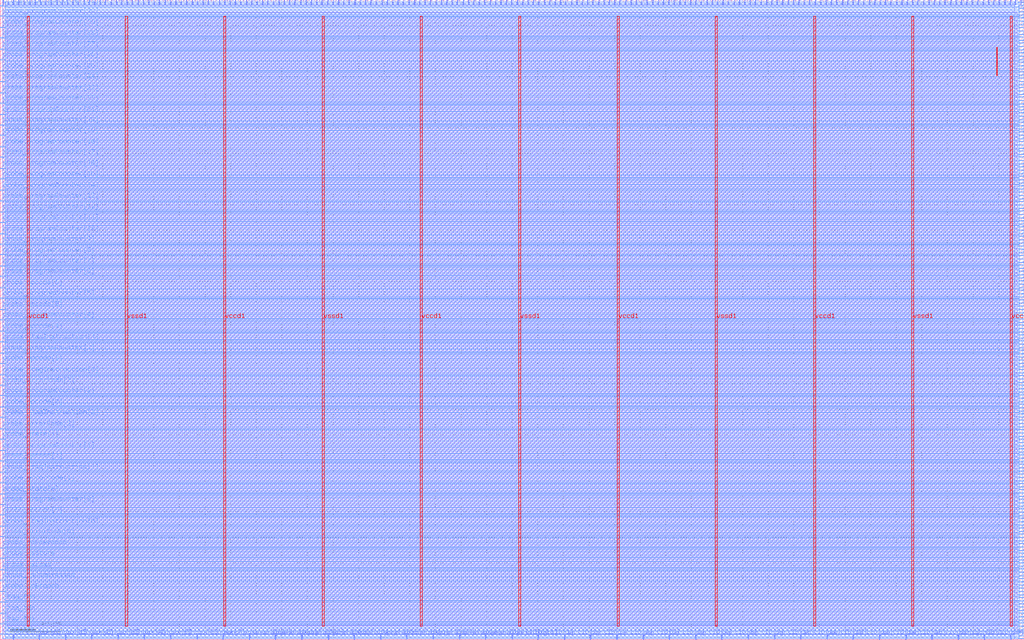
<source format=lef>
VERSION 5.7 ;
  NOWIREEXTENSIONATPIN ON ;
  DIVIDERCHAR "/" ;
  BUSBITCHARS "[]" ;
MACRO ExperiarCore
  CLASS BLOCK ;
  FOREIGN ExperiarCore ;
  ORIGIN 0.000 0.000 ;
  SIZE 800.000 BY 500.000 ;
  PIN addr0[0]
    DIRECTION OUTPUT TRISTATE ;
    USE SIGNAL ;
    PORT
      LAYER met2 ;
        RECT 35.510 496.000 35.790 500.000 ;
    END
  END addr0[0]
  PIN addr0[1]
    DIRECTION OUTPUT TRISTATE ;
    USE SIGNAL ;
    PORT
      LAYER met2 ;
        RECT 39.650 496.000 39.930 500.000 ;
    END
  END addr0[1]
  PIN addr0[2]
    DIRECTION OUTPUT TRISTATE ;
    USE SIGNAL ;
    PORT
      LAYER met2 ;
        RECT 44.250 496.000 44.530 500.000 ;
    END
  END addr0[2]
  PIN addr0[3]
    DIRECTION OUTPUT TRISTATE ;
    USE SIGNAL ;
    PORT
      LAYER met2 ;
        RECT 48.390 496.000 48.670 500.000 ;
    END
  END addr0[3]
  PIN addr0[4]
    DIRECTION OUTPUT TRISTATE ;
    USE SIGNAL ;
    PORT
      LAYER met2 ;
        RECT 52.530 496.000 52.810 500.000 ;
    END
  END addr0[4]
  PIN addr0[5]
    DIRECTION OUTPUT TRISTATE ;
    USE SIGNAL ;
    PORT
      LAYER met2 ;
        RECT 56.670 496.000 56.950 500.000 ;
    END
  END addr0[5]
  PIN addr0[6]
    DIRECTION OUTPUT TRISTATE ;
    USE SIGNAL ;
    PORT
      LAYER met2 ;
        RECT 60.810 496.000 61.090 500.000 ;
    END
  END addr0[6]
  PIN addr0[7]
    DIRECTION OUTPUT TRISTATE ;
    USE SIGNAL ;
    PORT
      LAYER met2 ;
        RECT 65.410 496.000 65.690 500.000 ;
    END
  END addr0[7]
  PIN addr0[8]
    DIRECTION OUTPUT TRISTATE ;
    USE SIGNAL ;
    PORT
      LAYER met2 ;
        RECT 69.550 496.000 69.830 500.000 ;
    END
  END addr0[8]
  PIN addr1[0]
    DIRECTION OUTPUT TRISTATE ;
    USE SIGNAL ;
    PORT
      LAYER met2 ;
        RECT 492.750 496.000 493.030 500.000 ;
    END
  END addr1[0]
  PIN addr1[1]
    DIRECTION OUTPUT TRISTATE ;
    USE SIGNAL ;
    PORT
      LAYER met2 ;
        RECT 496.890 496.000 497.170 500.000 ;
    END
  END addr1[1]
  PIN addr1[2]
    DIRECTION OUTPUT TRISTATE ;
    USE SIGNAL ;
    PORT
      LAYER met2 ;
        RECT 501.030 496.000 501.310 500.000 ;
    END
  END addr1[2]
  PIN addr1[3]
    DIRECTION OUTPUT TRISTATE ;
    USE SIGNAL ;
    PORT
      LAYER met2 ;
        RECT 505.170 496.000 505.450 500.000 ;
    END
  END addr1[3]
  PIN addr1[4]
    DIRECTION OUTPUT TRISTATE ;
    USE SIGNAL ;
    PORT
      LAYER met2 ;
        RECT 509.770 496.000 510.050 500.000 ;
    END
  END addr1[4]
  PIN addr1[5]
    DIRECTION OUTPUT TRISTATE ;
    USE SIGNAL ;
    PORT
      LAYER met2 ;
        RECT 513.910 496.000 514.190 500.000 ;
    END
  END addr1[5]
  PIN addr1[6]
    DIRECTION OUTPUT TRISTATE ;
    USE SIGNAL ;
    PORT
      LAYER met2 ;
        RECT 518.050 496.000 518.330 500.000 ;
    END
  END addr1[6]
  PIN addr1[7]
    DIRECTION OUTPUT TRISTATE ;
    USE SIGNAL ;
    PORT
      LAYER met2 ;
        RECT 522.190 496.000 522.470 500.000 ;
    END
  END addr1[7]
  PIN addr1[8]
    DIRECTION OUTPUT TRISTATE ;
    USE SIGNAL ;
    PORT
      LAYER met2 ;
        RECT 526.330 496.000 526.610 500.000 ;
    END
  END addr1[8]
  PIN clk0
    DIRECTION OUTPUT TRISTATE ;
    USE SIGNAL ;
    PORT
      LAYER met2 ;
        RECT 1.930 496.000 2.210 500.000 ;
    END
  END clk0
  PIN clk1
    DIRECTION OUTPUT TRISTATE ;
    USE SIGNAL ;
    PORT
      LAYER met2 ;
        RECT 479.870 496.000 480.150 500.000 ;
    END
  END clk1
  PIN coreIndex[0]
    DIRECTION INPUT ;
    USE SIGNAL ;
    PORT
      LAYER met2 ;
        RECT 10.210 0.000 10.490 4.000 ;
    END
  END coreIndex[0]
  PIN coreIndex[1]
    DIRECTION INPUT ;
    USE SIGNAL ;
    PORT
      LAYER met2 ;
        RECT 30.450 0.000 30.730 4.000 ;
    END
  END coreIndex[1]
  PIN coreIndex[2]
    DIRECTION INPUT ;
    USE SIGNAL ;
    PORT
      LAYER met2 ;
        RECT 51.150 0.000 51.430 4.000 ;
    END
  END coreIndex[2]
  PIN coreIndex[3]
    DIRECTION INPUT ;
    USE SIGNAL ;
    PORT
      LAYER met2 ;
        RECT 71.390 0.000 71.670 4.000 ;
    END
  END coreIndex[3]
  PIN coreIndex[4]
    DIRECTION INPUT ;
    USE SIGNAL ;
    PORT
      LAYER met2 ;
        RECT 92.090 0.000 92.370 4.000 ;
    END
  END coreIndex[4]
  PIN coreIndex[5]
    DIRECTION INPUT ;
    USE SIGNAL ;
    PORT
      LAYER met2 ;
        RECT 112.330 0.000 112.610 4.000 ;
    END
  END coreIndex[5]
  PIN coreIndex[6]
    DIRECTION INPUT ;
    USE SIGNAL ;
    PORT
      LAYER met2 ;
        RECT 133.030 0.000 133.310 4.000 ;
    END
  END coreIndex[6]
  PIN coreIndex[7]
    DIRECTION INPUT ;
    USE SIGNAL ;
    PORT
      LAYER met2 ;
        RECT 153.730 0.000 154.010 4.000 ;
    END
  END coreIndex[7]
  PIN core_wb_ack_i
    DIRECTION INPUT ;
    USE SIGNAL ;
    PORT
      LAYER met3 ;
        RECT 796.000 5.480 800.000 6.080 ;
    END
  END core_wb_ack_i
  PIN core_wb_adr_o[0]
    DIRECTION OUTPUT TRISTATE ;
    USE SIGNAL ;
    PORT
      LAYER met3 ;
        RECT 796.000 20.440 800.000 21.040 ;
    END
  END core_wb_adr_o[0]
  PIN core_wb_adr_o[10]
    DIRECTION OUTPUT TRISTATE ;
    USE SIGNAL ;
    PORT
      LAYER met3 ;
        RECT 796.000 104.080 800.000 104.680 ;
    END
  END core_wb_adr_o[10]
  PIN core_wb_adr_o[11]
    DIRECTION OUTPUT TRISTATE ;
    USE SIGNAL ;
    PORT
      LAYER met3 ;
        RECT 796.000 111.560 800.000 112.160 ;
    END
  END core_wb_adr_o[11]
  PIN core_wb_adr_o[12]
    DIRECTION OUTPUT TRISTATE ;
    USE SIGNAL ;
    PORT
      LAYER met3 ;
        RECT 796.000 119.040 800.000 119.640 ;
    END
  END core_wb_adr_o[12]
  PIN core_wb_adr_o[13]
    DIRECTION OUTPUT TRISTATE ;
    USE SIGNAL ;
    PORT
      LAYER met3 ;
        RECT 796.000 126.520 800.000 127.120 ;
    END
  END core_wb_adr_o[13]
  PIN core_wb_adr_o[14]
    DIRECTION OUTPUT TRISTATE ;
    USE SIGNAL ;
    PORT
      LAYER met3 ;
        RECT 796.000 134.000 800.000 134.600 ;
    END
  END core_wb_adr_o[14]
  PIN core_wb_adr_o[15]
    DIRECTION OUTPUT TRISTATE ;
    USE SIGNAL ;
    PORT
      LAYER met3 ;
        RECT 796.000 141.480 800.000 142.080 ;
    END
  END core_wb_adr_o[15]
  PIN core_wb_adr_o[16]
    DIRECTION OUTPUT TRISTATE ;
    USE SIGNAL ;
    PORT
      LAYER met3 ;
        RECT 796.000 148.960 800.000 149.560 ;
    END
  END core_wb_adr_o[16]
  PIN core_wb_adr_o[17]
    DIRECTION OUTPUT TRISTATE ;
    USE SIGNAL ;
    PORT
      LAYER met3 ;
        RECT 796.000 156.440 800.000 157.040 ;
    END
  END core_wb_adr_o[17]
  PIN core_wb_adr_o[18]
    DIRECTION OUTPUT TRISTATE ;
    USE SIGNAL ;
    PORT
      LAYER met3 ;
        RECT 796.000 163.920 800.000 164.520 ;
    END
  END core_wb_adr_o[18]
  PIN core_wb_adr_o[19]
    DIRECTION OUTPUT TRISTATE ;
    USE SIGNAL ;
    PORT
      LAYER met3 ;
        RECT 796.000 171.400 800.000 172.000 ;
    END
  END core_wb_adr_o[19]
  PIN core_wb_adr_o[1]
    DIRECTION OUTPUT TRISTATE ;
    USE SIGNAL ;
    PORT
      LAYER met3 ;
        RECT 796.000 29.960 800.000 30.560 ;
    END
  END core_wb_adr_o[1]
  PIN core_wb_adr_o[20]
    DIRECTION OUTPUT TRISTATE ;
    USE SIGNAL ;
    PORT
      LAYER met3 ;
        RECT 796.000 178.200 800.000 178.800 ;
    END
  END core_wb_adr_o[20]
  PIN core_wb_adr_o[21]
    DIRECTION OUTPUT TRISTATE ;
    USE SIGNAL ;
    PORT
      LAYER met3 ;
        RECT 796.000 185.680 800.000 186.280 ;
    END
  END core_wb_adr_o[21]
  PIN core_wb_adr_o[22]
    DIRECTION OUTPUT TRISTATE ;
    USE SIGNAL ;
    PORT
      LAYER met3 ;
        RECT 796.000 193.160 800.000 193.760 ;
    END
  END core_wb_adr_o[22]
  PIN core_wb_adr_o[23]
    DIRECTION OUTPUT TRISTATE ;
    USE SIGNAL ;
    PORT
      LAYER met3 ;
        RECT 796.000 200.640 800.000 201.240 ;
    END
  END core_wb_adr_o[23]
  PIN core_wb_adr_o[24]
    DIRECTION OUTPUT TRISTATE ;
    USE SIGNAL ;
    PORT
      LAYER met3 ;
        RECT 796.000 208.120 800.000 208.720 ;
    END
  END core_wb_adr_o[24]
  PIN core_wb_adr_o[25]
    DIRECTION OUTPUT TRISTATE ;
    USE SIGNAL ;
    PORT
      LAYER met3 ;
        RECT 796.000 215.600 800.000 216.200 ;
    END
  END core_wb_adr_o[25]
  PIN core_wb_adr_o[26]
    DIRECTION OUTPUT TRISTATE ;
    USE SIGNAL ;
    PORT
      LAYER met3 ;
        RECT 796.000 223.080 800.000 223.680 ;
    END
  END core_wb_adr_o[26]
  PIN core_wb_adr_o[27]
    DIRECTION OUTPUT TRISTATE ;
    USE SIGNAL ;
    PORT
      LAYER met3 ;
        RECT 796.000 230.560 800.000 231.160 ;
    END
  END core_wb_adr_o[27]
  PIN core_wb_adr_o[2]
    DIRECTION OUTPUT TRISTATE ;
    USE SIGNAL ;
    PORT
      LAYER met3 ;
        RECT 796.000 40.160 800.000 40.760 ;
    END
  END core_wb_adr_o[2]
  PIN core_wb_adr_o[3]
    DIRECTION OUTPUT TRISTATE ;
    USE SIGNAL ;
    PORT
      LAYER met3 ;
        RECT 796.000 49.680 800.000 50.280 ;
    END
  END core_wb_adr_o[3]
  PIN core_wb_adr_o[4]
    DIRECTION OUTPUT TRISTATE ;
    USE SIGNAL ;
    PORT
      LAYER met3 ;
        RECT 796.000 59.880 800.000 60.480 ;
    END
  END core_wb_adr_o[4]
  PIN core_wb_adr_o[5]
    DIRECTION OUTPUT TRISTATE ;
    USE SIGNAL ;
    PORT
      LAYER met3 ;
        RECT 796.000 67.360 800.000 67.960 ;
    END
  END core_wb_adr_o[5]
  PIN core_wb_adr_o[6]
    DIRECTION OUTPUT TRISTATE ;
    USE SIGNAL ;
    PORT
      LAYER met3 ;
        RECT 796.000 74.840 800.000 75.440 ;
    END
  END core_wb_adr_o[6]
  PIN core_wb_adr_o[7]
    DIRECTION OUTPUT TRISTATE ;
    USE SIGNAL ;
    PORT
      LAYER met3 ;
        RECT 796.000 82.320 800.000 82.920 ;
    END
  END core_wb_adr_o[7]
  PIN core_wb_adr_o[8]
    DIRECTION OUTPUT TRISTATE ;
    USE SIGNAL ;
    PORT
      LAYER met3 ;
        RECT 796.000 89.120 800.000 89.720 ;
    END
  END core_wb_adr_o[8]
  PIN core_wb_adr_o[9]
    DIRECTION OUTPUT TRISTATE ;
    USE SIGNAL ;
    PORT
      LAYER met3 ;
        RECT 796.000 96.600 800.000 97.200 ;
    END
  END core_wb_adr_o[9]
  PIN core_wb_cyc_o
    DIRECTION OUTPUT TRISTATE ;
    USE SIGNAL ;
    PORT
      LAYER met3 ;
        RECT 796.000 7.520 800.000 8.120 ;
    END
  END core_wb_cyc_o
  PIN core_wb_data_i[0]
    DIRECTION INPUT ;
    USE SIGNAL ;
    PORT
      LAYER met3 ;
        RECT 796.000 22.480 800.000 23.080 ;
    END
  END core_wb_data_i[0]
  PIN core_wb_data_i[10]
    DIRECTION INPUT ;
    USE SIGNAL ;
    PORT
      LAYER met3 ;
        RECT 796.000 106.800 800.000 107.400 ;
    END
  END core_wb_data_i[10]
  PIN core_wb_data_i[11]
    DIRECTION INPUT ;
    USE SIGNAL ;
    PORT
      LAYER met3 ;
        RECT 796.000 114.280 800.000 114.880 ;
    END
  END core_wb_data_i[11]
  PIN core_wb_data_i[12]
    DIRECTION INPUT ;
    USE SIGNAL ;
    PORT
      LAYER met3 ;
        RECT 796.000 121.760 800.000 122.360 ;
    END
  END core_wb_data_i[12]
  PIN core_wb_data_i[13]
    DIRECTION INPUT ;
    USE SIGNAL ;
    PORT
      LAYER met3 ;
        RECT 796.000 129.240 800.000 129.840 ;
    END
  END core_wb_data_i[13]
  PIN core_wb_data_i[14]
    DIRECTION INPUT ;
    USE SIGNAL ;
    PORT
      LAYER met3 ;
        RECT 796.000 136.720 800.000 137.320 ;
    END
  END core_wb_data_i[14]
  PIN core_wb_data_i[15]
    DIRECTION INPUT ;
    USE SIGNAL ;
    PORT
      LAYER met3 ;
        RECT 796.000 144.200 800.000 144.800 ;
    END
  END core_wb_data_i[15]
  PIN core_wb_data_i[16]
    DIRECTION INPUT ;
    USE SIGNAL ;
    PORT
      LAYER met3 ;
        RECT 796.000 151.000 800.000 151.600 ;
    END
  END core_wb_data_i[16]
  PIN core_wb_data_i[17]
    DIRECTION INPUT ;
    USE SIGNAL ;
    PORT
      LAYER met3 ;
        RECT 796.000 158.480 800.000 159.080 ;
    END
  END core_wb_data_i[17]
  PIN core_wb_data_i[18]
    DIRECTION INPUT ;
    USE SIGNAL ;
    PORT
      LAYER met3 ;
        RECT 796.000 165.960 800.000 166.560 ;
    END
  END core_wb_data_i[18]
  PIN core_wb_data_i[19]
    DIRECTION INPUT ;
    USE SIGNAL ;
    PORT
      LAYER met3 ;
        RECT 796.000 173.440 800.000 174.040 ;
    END
  END core_wb_data_i[19]
  PIN core_wb_data_i[1]
    DIRECTION INPUT ;
    USE SIGNAL ;
    PORT
      LAYER met3 ;
        RECT 796.000 32.680 800.000 33.280 ;
    END
  END core_wb_data_i[1]
  PIN core_wb_data_i[20]
    DIRECTION INPUT ;
    USE SIGNAL ;
    PORT
      LAYER met3 ;
        RECT 796.000 180.920 800.000 181.520 ;
    END
  END core_wb_data_i[20]
  PIN core_wb_data_i[21]
    DIRECTION INPUT ;
    USE SIGNAL ;
    PORT
      LAYER met3 ;
        RECT 796.000 188.400 800.000 189.000 ;
    END
  END core_wb_data_i[21]
  PIN core_wb_data_i[22]
    DIRECTION INPUT ;
    USE SIGNAL ;
    PORT
      LAYER met3 ;
        RECT 796.000 195.880 800.000 196.480 ;
    END
  END core_wb_data_i[22]
  PIN core_wb_data_i[23]
    DIRECTION INPUT ;
    USE SIGNAL ;
    PORT
      LAYER met3 ;
        RECT 796.000 203.360 800.000 203.960 ;
    END
  END core_wb_data_i[23]
  PIN core_wb_data_i[24]
    DIRECTION INPUT ;
    USE SIGNAL ;
    PORT
      LAYER met3 ;
        RECT 796.000 210.840 800.000 211.440 ;
    END
  END core_wb_data_i[24]
  PIN core_wb_data_i[25]
    DIRECTION INPUT ;
    USE SIGNAL ;
    PORT
      LAYER met3 ;
        RECT 796.000 218.320 800.000 218.920 ;
    END
  END core_wb_data_i[25]
  PIN core_wb_data_i[26]
    DIRECTION INPUT ;
    USE SIGNAL ;
    PORT
      LAYER met3 ;
        RECT 796.000 225.800 800.000 226.400 ;
    END
  END core_wb_data_i[26]
  PIN core_wb_data_i[27]
    DIRECTION INPUT ;
    USE SIGNAL ;
    PORT
      LAYER met3 ;
        RECT 796.000 233.280 800.000 233.880 ;
    END
  END core_wb_data_i[27]
  PIN core_wb_data_i[28]
    DIRECTION INPUT ;
    USE SIGNAL ;
    PORT
      LAYER met3 ;
        RECT 796.000 238.040 800.000 238.640 ;
    END
  END core_wb_data_i[28]
  PIN core_wb_data_i[29]
    DIRECTION INPUT ;
    USE SIGNAL ;
    PORT
      LAYER met3 ;
        RECT 796.000 242.800 800.000 243.400 ;
    END
  END core_wb_data_i[29]
  PIN core_wb_data_i[2]
    DIRECTION INPUT ;
    USE SIGNAL ;
    PORT
      LAYER met3 ;
        RECT 796.000 42.200 800.000 42.800 ;
    END
  END core_wb_data_i[2]
  PIN core_wb_data_i[30]
    DIRECTION INPUT ;
    USE SIGNAL ;
    PORT
      LAYER met3 ;
        RECT 796.000 247.560 800.000 248.160 ;
    END
  END core_wb_data_i[30]
  PIN core_wb_data_i[31]
    DIRECTION INPUT ;
    USE SIGNAL ;
    PORT
      LAYER met3 ;
        RECT 796.000 253.000 800.000 253.600 ;
    END
  END core_wb_data_i[31]
  PIN core_wb_data_i[3]
    DIRECTION INPUT ;
    USE SIGNAL ;
    PORT
      LAYER met3 ;
        RECT 796.000 52.400 800.000 53.000 ;
    END
  END core_wb_data_i[3]
  PIN core_wb_data_i[4]
    DIRECTION INPUT ;
    USE SIGNAL ;
    PORT
      LAYER met3 ;
        RECT 796.000 61.920 800.000 62.520 ;
    END
  END core_wb_data_i[4]
  PIN core_wb_data_i[5]
    DIRECTION INPUT ;
    USE SIGNAL ;
    PORT
      LAYER met3 ;
        RECT 796.000 69.400 800.000 70.000 ;
    END
  END core_wb_data_i[5]
  PIN core_wb_data_i[6]
    DIRECTION INPUT ;
    USE SIGNAL ;
    PORT
      LAYER met3 ;
        RECT 796.000 76.880 800.000 77.480 ;
    END
  END core_wb_data_i[6]
  PIN core_wb_data_i[7]
    DIRECTION INPUT ;
    USE SIGNAL ;
    PORT
      LAYER met3 ;
        RECT 796.000 84.360 800.000 84.960 ;
    END
  END core_wb_data_i[7]
  PIN core_wb_data_i[8]
    DIRECTION INPUT ;
    USE SIGNAL ;
    PORT
      LAYER met3 ;
        RECT 796.000 91.840 800.000 92.440 ;
    END
  END core_wb_data_i[8]
  PIN core_wb_data_i[9]
    DIRECTION INPUT ;
    USE SIGNAL ;
    PORT
      LAYER met3 ;
        RECT 796.000 99.320 800.000 99.920 ;
    END
  END core_wb_data_i[9]
  PIN core_wb_data_o[0]
    DIRECTION OUTPUT TRISTATE ;
    USE SIGNAL ;
    PORT
      LAYER met3 ;
        RECT 796.000 25.200 800.000 25.800 ;
    END
  END core_wb_data_o[0]
  PIN core_wb_data_o[10]
    DIRECTION OUTPUT TRISTATE ;
    USE SIGNAL ;
    PORT
      LAYER met3 ;
        RECT 796.000 109.520 800.000 110.120 ;
    END
  END core_wb_data_o[10]
  PIN core_wb_data_o[11]
    DIRECTION OUTPUT TRISTATE ;
    USE SIGNAL ;
    PORT
      LAYER met3 ;
        RECT 796.000 117.000 800.000 117.600 ;
    END
  END core_wb_data_o[11]
  PIN core_wb_data_o[12]
    DIRECTION OUTPUT TRISTATE ;
    USE SIGNAL ;
    PORT
      LAYER met3 ;
        RECT 796.000 123.800 800.000 124.400 ;
    END
  END core_wb_data_o[12]
  PIN core_wb_data_o[13]
    DIRECTION OUTPUT TRISTATE ;
    USE SIGNAL ;
    PORT
      LAYER met3 ;
        RECT 796.000 131.280 800.000 131.880 ;
    END
  END core_wb_data_o[13]
  PIN core_wb_data_o[14]
    DIRECTION OUTPUT TRISTATE ;
    USE SIGNAL ;
    PORT
      LAYER met3 ;
        RECT 796.000 138.760 800.000 139.360 ;
    END
  END core_wb_data_o[14]
  PIN core_wb_data_o[15]
    DIRECTION OUTPUT TRISTATE ;
    USE SIGNAL ;
    PORT
      LAYER met3 ;
        RECT 796.000 146.240 800.000 146.840 ;
    END
  END core_wb_data_o[15]
  PIN core_wb_data_o[16]
    DIRECTION OUTPUT TRISTATE ;
    USE SIGNAL ;
    PORT
      LAYER met3 ;
        RECT 796.000 153.720 800.000 154.320 ;
    END
  END core_wb_data_o[16]
  PIN core_wb_data_o[17]
    DIRECTION OUTPUT TRISTATE ;
    USE SIGNAL ;
    PORT
      LAYER met3 ;
        RECT 796.000 161.200 800.000 161.800 ;
    END
  END core_wb_data_o[17]
  PIN core_wb_data_o[18]
    DIRECTION OUTPUT TRISTATE ;
    USE SIGNAL ;
    PORT
      LAYER met3 ;
        RECT 796.000 168.680 800.000 169.280 ;
    END
  END core_wb_data_o[18]
  PIN core_wb_data_o[19]
    DIRECTION OUTPUT TRISTATE ;
    USE SIGNAL ;
    PORT
      LAYER met3 ;
        RECT 796.000 176.160 800.000 176.760 ;
    END
  END core_wb_data_o[19]
  PIN core_wb_data_o[1]
    DIRECTION OUTPUT TRISTATE ;
    USE SIGNAL ;
    PORT
      LAYER met3 ;
        RECT 796.000 34.720 800.000 35.320 ;
    END
  END core_wb_data_o[1]
  PIN core_wb_data_o[20]
    DIRECTION OUTPUT TRISTATE ;
    USE SIGNAL ;
    PORT
      LAYER met3 ;
        RECT 796.000 183.640 800.000 184.240 ;
    END
  END core_wb_data_o[20]
  PIN core_wb_data_o[21]
    DIRECTION OUTPUT TRISTATE ;
    USE SIGNAL ;
    PORT
      LAYER met3 ;
        RECT 796.000 191.120 800.000 191.720 ;
    END
  END core_wb_data_o[21]
  PIN core_wb_data_o[22]
    DIRECTION OUTPUT TRISTATE ;
    USE SIGNAL ;
    PORT
      LAYER met3 ;
        RECT 796.000 198.600 800.000 199.200 ;
    END
  END core_wb_data_o[22]
  PIN core_wb_data_o[23]
    DIRECTION OUTPUT TRISTATE ;
    USE SIGNAL ;
    PORT
      LAYER met3 ;
        RECT 796.000 206.080 800.000 206.680 ;
    END
  END core_wb_data_o[23]
  PIN core_wb_data_o[24]
    DIRECTION OUTPUT TRISTATE ;
    USE SIGNAL ;
    PORT
      LAYER met3 ;
        RECT 796.000 212.880 800.000 213.480 ;
    END
  END core_wb_data_o[24]
  PIN core_wb_data_o[25]
    DIRECTION OUTPUT TRISTATE ;
    USE SIGNAL ;
    PORT
      LAYER met3 ;
        RECT 796.000 220.360 800.000 220.960 ;
    END
  END core_wb_data_o[25]
  PIN core_wb_data_o[26]
    DIRECTION OUTPUT TRISTATE ;
    USE SIGNAL ;
    PORT
      LAYER met3 ;
        RECT 796.000 227.840 800.000 228.440 ;
    END
  END core_wb_data_o[26]
  PIN core_wb_data_o[27]
    DIRECTION OUTPUT TRISTATE ;
    USE SIGNAL ;
    PORT
      LAYER met3 ;
        RECT 796.000 235.320 800.000 235.920 ;
    END
  END core_wb_data_o[27]
  PIN core_wb_data_o[28]
    DIRECTION OUTPUT TRISTATE ;
    USE SIGNAL ;
    PORT
      LAYER met3 ;
        RECT 796.000 240.080 800.000 240.680 ;
    END
  END core_wb_data_o[28]
  PIN core_wb_data_o[29]
    DIRECTION OUTPUT TRISTATE ;
    USE SIGNAL ;
    PORT
      LAYER met3 ;
        RECT 796.000 245.520 800.000 246.120 ;
    END
  END core_wb_data_o[29]
  PIN core_wb_data_o[2]
    DIRECTION OUTPUT TRISTATE ;
    USE SIGNAL ;
    PORT
      LAYER met3 ;
        RECT 796.000 44.920 800.000 45.520 ;
    END
  END core_wb_data_o[2]
  PIN core_wb_data_o[30]
    DIRECTION OUTPUT TRISTATE ;
    USE SIGNAL ;
    PORT
      LAYER met3 ;
        RECT 796.000 250.280 800.000 250.880 ;
    END
  END core_wb_data_o[30]
  PIN core_wb_data_o[31]
    DIRECTION OUTPUT TRISTATE ;
    USE SIGNAL ;
    PORT
      LAYER met3 ;
        RECT 796.000 255.040 800.000 255.640 ;
    END
  END core_wb_data_o[31]
  PIN core_wb_data_o[3]
    DIRECTION OUTPUT TRISTATE ;
    USE SIGNAL ;
    PORT
      LAYER met3 ;
        RECT 796.000 55.120 800.000 55.720 ;
    END
  END core_wb_data_o[3]
  PIN core_wb_data_o[4]
    DIRECTION OUTPUT TRISTATE ;
    USE SIGNAL ;
    PORT
      LAYER met3 ;
        RECT 796.000 64.640 800.000 65.240 ;
    END
  END core_wb_data_o[4]
  PIN core_wb_data_o[5]
    DIRECTION OUTPUT TRISTATE ;
    USE SIGNAL ;
    PORT
      LAYER met3 ;
        RECT 796.000 72.120 800.000 72.720 ;
    END
  END core_wb_data_o[5]
  PIN core_wb_data_o[6]
    DIRECTION OUTPUT TRISTATE ;
    USE SIGNAL ;
    PORT
      LAYER met3 ;
        RECT 796.000 79.600 800.000 80.200 ;
    END
  END core_wb_data_o[6]
  PIN core_wb_data_o[7]
    DIRECTION OUTPUT TRISTATE ;
    USE SIGNAL ;
    PORT
      LAYER met3 ;
        RECT 796.000 87.080 800.000 87.680 ;
    END
  END core_wb_data_o[7]
  PIN core_wb_data_o[8]
    DIRECTION OUTPUT TRISTATE ;
    USE SIGNAL ;
    PORT
      LAYER met3 ;
        RECT 796.000 94.560 800.000 95.160 ;
    END
  END core_wb_data_o[8]
  PIN core_wb_data_o[9]
    DIRECTION OUTPUT TRISTATE ;
    USE SIGNAL ;
    PORT
      LAYER met3 ;
        RECT 796.000 102.040 800.000 102.640 ;
    END
  END core_wb_data_o[9]
  PIN core_wb_error_i
    DIRECTION INPUT ;
    USE SIGNAL ;
    PORT
      LAYER met3 ;
        RECT 796.000 10.240 800.000 10.840 ;
    END
  END core_wb_error_i
  PIN core_wb_sel_o[0]
    DIRECTION OUTPUT TRISTATE ;
    USE SIGNAL ;
    PORT
      LAYER met3 ;
        RECT 796.000 27.920 800.000 28.520 ;
    END
  END core_wb_sel_o[0]
  PIN core_wb_sel_o[1]
    DIRECTION OUTPUT TRISTATE ;
    USE SIGNAL ;
    PORT
      LAYER met3 ;
        RECT 796.000 37.440 800.000 38.040 ;
    END
  END core_wb_sel_o[1]
  PIN core_wb_sel_o[2]
    DIRECTION OUTPUT TRISTATE ;
    USE SIGNAL ;
    PORT
      LAYER met3 ;
        RECT 796.000 47.640 800.000 48.240 ;
    END
  END core_wb_sel_o[2]
  PIN core_wb_sel_o[3]
    DIRECTION OUTPUT TRISTATE ;
    USE SIGNAL ;
    PORT
      LAYER met3 ;
        RECT 796.000 57.160 800.000 57.760 ;
    END
  END core_wb_sel_o[3]
  PIN core_wb_stall_i
    DIRECTION INPUT ;
    USE SIGNAL ;
    PORT
      LAYER met3 ;
        RECT 796.000 12.960 800.000 13.560 ;
    END
  END core_wb_stall_i
  PIN core_wb_stb_o
    DIRECTION OUTPUT TRISTATE ;
    USE SIGNAL ;
    PORT
      LAYER met3 ;
        RECT 796.000 15.000 800.000 15.600 ;
    END
  END core_wb_stb_o
  PIN core_wb_we_o
    DIRECTION OUTPUT TRISTATE ;
    USE SIGNAL ;
    PORT
      LAYER met3 ;
        RECT 796.000 17.720 800.000 18.320 ;
    END
  END core_wb_we_o
  PIN csb0[0]
    DIRECTION OUTPUT TRISTATE ;
    USE SIGNAL ;
    PORT
      LAYER met2 ;
        RECT 6.070 496.000 6.350 500.000 ;
    END
  END csb0[0]
  PIN csb0[1]
    DIRECTION OUTPUT TRISTATE ;
    USE SIGNAL ;
    PORT
      LAYER met2 ;
        RECT 10.210 496.000 10.490 500.000 ;
    END
  END csb0[1]
  PIN csb1[0]
    DIRECTION OUTPUT TRISTATE ;
    USE SIGNAL ;
    PORT
      LAYER met2 ;
        RECT 484.010 496.000 484.290 500.000 ;
    END
  END csb1[0]
  PIN csb1[1]
    DIRECTION OUTPUT TRISTATE ;
    USE SIGNAL ;
    PORT
      LAYER met2 ;
        RECT 488.610 496.000 488.890 500.000 ;
    END
  END csb1[1]
  PIN din0[0]
    DIRECTION OUTPUT TRISTATE ;
    USE SIGNAL ;
    PORT
      LAYER met2 ;
        RECT 73.690 496.000 73.970 500.000 ;
    END
  END din0[0]
  PIN din0[10]
    DIRECTION OUTPUT TRISTATE ;
    USE SIGNAL ;
    PORT
      LAYER met2 ;
        RECT 116.010 496.000 116.290 500.000 ;
    END
  END din0[10]
  PIN din0[11]
    DIRECTION OUTPUT TRISTATE ;
    USE SIGNAL ;
    PORT
      LAYER met2 ;
        RECT 120.150 496.000 120.430 500.000 ;
    END
  END din0[11]
  PIN din0[12]
    DIRECTION OUTPUT TRISTATE ;
    USE SIGNAL ;
    PORT
      LAYER met2 ;
        RECT 124.290 496.000 124.570 500.000 ;
    END
  END din0[12]
  PIN din0[13]
    DIRECTION OUTPUT TRISTATE ;
    USE SIGNAL ;
    PORT
      LAYER met2 ;
        RECT 128.890 496.000 129.170 500.000 ;
    END
  END din0[13]
  PIN din0[14]
    DIRECTION OUTPUT TRISTATE ;
    USE SIGNAL ;
    PORT
      LAYER met2 ;
        RECT 133.030 496.000 133.310 500.000 ;
    END
  END din0[14]
  PIN din0[15]
    DIRECTION OUTPUT TRISTATE ;
    USE SIGNAL ;
    PORT
      LAYER met2 ;
        RECT 137.170 496.000 137.450 500.000 ;
    END
  END din0[15]
  PIN din0[16]
    DIRECTION OUTPUT TRISTATE ;
    USE SIGNAL ;
    PORT
      LAYER met2 ;
        RECT 141.310 496.000 141.590 500.000 ;
    END
  END din0[16]
  PIN din0[17]
    DIRECTION OUTPUT TRISTATE ;
    USE SIGNAL ;
    PORT
      LAYER met2 ;
        RECT 145.450 496.000 145.730 500.000 ;
    END
  END din0[17]
  PIN din0[18]
    DIRECTION OUTPUT TRISTATE ;
    USE SIGNAL ;
    PORT
      LAYER met2 ;
        RECT 150.050 496.000 150.330 500.000 ;
    END
  END din0[18]
  PIN din0[19]
    DIRECTION OUTPUT TRISTATE ;
    USE SIGNAL ;
    PORT
      LAYER met2 ;
        RECT 154.190 496.000 154.470 500.000 ;
    END
  END din0[19]
  PIN din0[1]
    DIRECTION OUTPUT TRISTATE ;
    USE SIGNAL ;
    PORT
      LAYER met2 ;
        RECT 77.830 496.000 78.110 500.000 ;
    END
  END din0[1]
  PIN din0[20]
    DIRECTION OUTPUT TRISTATE ;
    USE SIGNAL ;
    PORT
      LAYER met2 ;
        RECT 158.330 496.000 158.610 500.000 ;
    END
  END din0[20]
  PIN din0[21]
    DIRECTION OUTPUT TRISTATE ;
    USE SIGNAL ;
    PORT
      LAYER met2 ;
        RECT 162.470 496.000 162.750 500.000 ;
    END
  END din0[21]
  PIN din0[22]
    DIRECTION OUTPUT TRISTATE ;
    USE SIGNAL ;
    PORT
      LAYER met2 ;
        RECT 166.610 496.000 166.890 500.000 ;
    END
  END din0[22]
  PIN din0[23]
    DIRECTION OUTPUT TRISTATE ;
    USE SIGNAL ;
    PORT
      LAYER met2 ;
        RECT 171.210 496.000 171.490 500.000 ;
    END
  END din0[23]
  PIN din0[24]
    DIRECTION OUTPUT TRISTATE ;
    USE SIGNAL ;
    PORT
      LAYER met2 ;
        RECT 175.350 496.000 175.630 500.000 ;
    END
  END din0[24]
  PIN din0[25]
    DIRECTION OUTPUT TRISTATE ;
    USE SIGNAL ;
    PORT
      LAYER met2 ;
        RECT 179.490 496.000 179.770 500.000 ;
    END
  END din0[25]
  PIN din0[26]
    DIRECTION OUTPUT TRISTATE ;
    USE SIGNAL ;
    PORT
      LAYER met2 ;
        RECT 183.630 496.000 183.910 500.000 ;
    END
  END din0[26]
  PIN din0[27]
    DIRECTION OUTPUT TRISTATE ;
    USE SIGNAL ;
    PORT
      LAYER met2 ;
        RECT 187.770 496.000 188.050 500.000 ;
    END
  END din0[27]
  PIN din0[28]
    DIRECTION OUTPUT TRISTATE ;
    USE SIGNAL ;
    PORT
      LAYER met2 ;
        RECT 192.370 496.000 192.650 500.000 ;
    END
  END din0[28]
  PIN din0[29]
    DIRECTION OUTPUT TRISTATE ;
    USE SIGNAL ;
    PORT
      LAYER met2 ;
        RECT 196.510 496.000 196.790 500.000 ;
    END
  END din0[29]
  PIN din0[2]
    DIRECTION OUTPUT TRISTATE ;
    USE SIGNAL ;
    PORT
      LAYER met2 ;
        RECT 81.970 496.000 82.250 500.000 ;
    END
  END din0[2]
  PIN din0[30]
    DIRECTION OUTPUT TRISTATE ;
    USE SIGNAL ;
    PORT
      LAYER met2 ;
        RECT 200.650 496.000 200.930 500.000 ;
    END
  END din0[30]
  PIN din0[31]
    DIRECTION OUTPUT TRISTATE ;
    USE SIGNAL ;
    PORT
      LAYER met2 ;
        RECT 204.790 496.000 205.070 500.000 ;
    END
  END din0[31]
  PIN din0[3]
    DIRECTION OUTPUT TRISTATE ;
    USE SIGNAL ;
    PORT
      LAYER met2 ;
        RECT 86.570 496.000 86.850 500.000 ;
    END
  END din0[3]
  PIN din0[4]
    DIRECTION OUTPUT TRISTATE ;
    USE SIGNAL ;
    PORT
      LAYER met2 ;
        RECT 90.710 496.000 90.990 500.000 ;
    END
  END din0[4]
  PIN din0[5]
    DIRECTION OUTPUT TRISTATE ;
    USE SIGNAL ;
    PORT
      LAYER met2 ;
        RECT 94.850 496.000 95.130 500.000 ;
    END
  END din0[5]
  PIN din0[6]
    DIRECTION OUTPUT TRISTATE ;
    USE SIGNAL ;
    PORT
      LAYER met2 ;
        RECT 98.990 496.000 99.270 500.000 ;
    END
  END din0[6]
  PIN din0[7]
    DIRECTION OUTPUT TRISTATE ;
    USE SIGNAL ;
    PORT
      LAYER met2 ;
        RECT 103.130 496.000 103.410 500.000 ;
    END
  END din0[7]
  PIN din0[8]
    DIRECTION OUTPUT TRISTATE ;
    USE SIGNAL ;
    PORT
      LAYER met2 ;
        RECT 107.730 496.000 108.010 500.000 ;
    END
  END din0[8]
  PIN din0[9]
    DIRECTION OUTPUT TRISTATE ;
    USE SIGNAL ;
    PORT
      LAYER met2 ;
        RECT 111.870 496.000 112.150 500.000 ;
    END
  END din0[9]
  PIN dout0[0]
    DIRECTION INPUT ;
    USE SIGNAL ;
    PORT
      LAYER met2 ;
        RECT 208.930 496.000 209.210 500.000 ;
    END
  END dout0[0]
  PIN dout0[10]
    DIRECTION INPUT ;
    USE SIGNAL ;
    PORT
      LAYER met2 ;
        RECT 251.250 496.000 251.530 500.000 ;
    END
  END dout0[10]
  PIN dout0[11]
    DIRECTION INPUT ;
    USE SIGNAL ;
    PORT
      LAYER met2 ;
        RECT 255.850 496.000 256.130 500.000 ;
    END
  END dout0[11]
  PIN dout0[12]
    DIRECTION INPUT ;
    USE SIGNAL ;
    PORT
      LAYER met2 ;
        RECT 259.990 496.000 260.270 500.000 ;
    END
  END dout0[12]
  PIN dout0[13]
    DIRECTION INPUT ;
    USE SIGNAL ;
    PORT
      LAYER met2 ;
        RECT 264.130 496.000 264.410 500.000 ;
    END
  END dout0[13]
  PIN dout0[14]
    DIRECTION INPUT ;
    USE SIGNAL ;
    PORT
      LAYER met2 ;
        RECT 268.270 496.000 268.550 500.000 ;
    END
  END dout0[14]
  PIN dout0[15]
    DIRECTION INPUT ;
    USE SIGNAL ;
    PORT
      LAYER met2 ;
        RECT 272.410 496.000 272.690 500.000 ;
    END
  END dout0[15]
  PIN dout0[16]
    DIRECTION INPUT ;
    USE SIGNAL ;
    PORT
      LAYER met2 ;
        RECT 277.010 496.000 277.290 500.000 ;
    END
  END dout0[16]
  PIN dout0[17]
    DIRECTION INPUT ;
    USE SIGNAL ;
    PORT
      LAYER met2 ;
        RECT 281.150 496.000 281.430 500.000 ;
    END
  END dout0[17]
  PIN dout0[18]
    DIRECTION INPUT ;
    USE SIGNAL ;
    PORT
      LAYER met2 ;
        RECT 285.290 496.000 285.570 500.000 ;
    END
  END dout0[18]
  PIN dout0[19]
    DIRECTION INPUT ;
    USE SIGNAL ;
    PORT
      LAYER met2 ;
        RECT 289.430 496.000 289.710 500.000 ;
    END
  END dout0[19]
  PIN dout0[1]
    DIRECTION INPUT ;
    USE SIGNAL ;
    PORT
      LAYER met2 ;
        RECT 213.530 496.000 213.810 500.000 ;
    END
  END dout0[1]
  PIN dout0[20]
    DIRECTION INPUT ;
    USE SIGNAL ;
    PORT
      LAYER met2 ;
        RECT 293.570 496.000 293.850 500.000 ;
    END
  END dout0[20]
  PIN dout0[21]
    DIRECTION INPUT ;
    USE SIGNAL ;
    PORT
      LAYER met2 ;
        RECT 298.170 496.000 298.450 500.000 ;
    END
  END dout0[21]
  PIN dout0[22]
    DIRECTION INPUT ;
    USE SIGNAL ;
    PORT
      LAYER met2 ;
        RECT 302.310 496.000 302.590 500.000 ;
    END
  END dout0[22]
  PIN dout0[23]
    DIRECTION INPUT ;
    USE SIGNAL ;
    PORT
      LAYER met2 ;
        RECT 306.450 496.000 306.730 500.000 ;
    END
  END dout0[23]
  PIN dout0[24]
    DIRECTION INPUT ;
    USE SIGNAL ;
    PORT
      LAYER met2 ;
        RECT 310.590 496.000 310.870 500.000 ;
    END
  END dout0[24]
  PIN dout0[25]
    DIRECTION INPUT ;
    USE SIGNAL ;
    PORT
      LAYER met2 ;
        RECT 314.730 496.000 315.010 500.000 ;
    END
  END dout0[25]
  PIN dout0[26]
    DIRECTION INPUT ;
    USE SIGNAL ;
    PORT
      LAYER met2 ;
        RECT 319.330 496.000 319.610 500.000 ;
    END
  END dout0[26]
  PIN dout0[27]
    DIRECTION INPUT ;
    USE SIGNAL ;
    PORT
      LAYER met2 ;
        RECT 323.470 496.000 323.750 500.000 ;
    END
  END dout0[27]
  PIN dout0[28]
    DIRECTION INPUT ;
    USE SIGNAL ;
    PORT
      LAYER met2 ;
        RECT 327.610 496.000 327.890 500.000 ;
    END
  END dout0[28]
  PIN dout0[29]
    DIRECTION INPUT ;
    USE SIGNAL ;
    PORT
      LAYER met2 ;
        RECT 331.750 496.000 332.030 500.000 ;
    END
  END dout0[29]
  PIN dout0[2]
    DIRECTION INPUT ;
    USE SIGNAL ;
    PORT
      LAYER met2 ;
        RECT 217.670 496.000 217.950 500.000 ;
    END
  END dout0[2]
  PIN dout0[30]
    DIRECTION INPUT ;
    USE SIGNAL ;
    PORT
      LAYER met2 ;
        RECT 335.890 496.000 336.170 500.000 ;
    END
  END dout0[30]
  PIN dout0[31]
    DIRECTION INPUT ;
    USE SIGNAL ;
    PORT
      LAYER met2 ;
        RECT 340.490 496.000 340.770 500.000 ;
    END
  END dout0[31]
  PIN dout0[32]
    DIRECTION INPUT ;
    USE SIGNAL ;
    PORT
      LAYER met2 ;
        RECT 344.630 496.000 344.910 500.000 ;
    END
  END dout0[32]
  PIN dout0[33]
    DIRECTION INPUT ;
    USE SIGNAL ;
    PORT
      LAYER met2 ;
        RECT 348.770 496.000 349.050 500.000 ;
    END
  END dout0[33]
  PIN dout0[34]
    DIRECTION INPUT ;
    USE SIGNAL ;
    PORT
      LAYER met2 ;
        RECT 352.910 496.000 353.190 500.000 ;
    END
  END dout0[34]
  PIN dout0[35]
    DIRECTION INPUT ;
    USE SIGNAL ;
    PORT
      LAYER met2 ;
        RECT 357.050 496.000 357.330 500.000 ;
    END
  END dout0[35]
  PIN dout0[36]
    DIRECTION INPUT ;
    USE SIGNAL ;
    PORT
      LAYER met2 ;
        RECT 361.650 496.000 361.930 500.000 ;
    END
  END dout0[36]
  PIN dout0[37]
    DIRECTION INPUT ;
    USE SIGNAL ;
    PORT
      LAYER met2 ;
        RECT 365.790 496.000 366.070 500.000 ;
    END
  END dout0[37]
  PIN dout0[38]
    DIRECTION INPUT ;
    USE SIGNAL ;
    PORT
      LAYER met2 ;
        RECT 369.930 496.000 370.210 500.000 ;
    END
  END dout0[38]
  PIN dout0[39]
    DIRECTION INPUT ;
    USE SIGNAL ;
    PORT
      LAYER met2 ;
        RECT 374.070 496.000 374.350 500.000 ;
    END
  END dout0[39]
  PIN dout0[3]
    DIRECTION INPUT ;
    USE SIGNAL ;
    PORT
      LAYER met2 ;
        RECT 221.810 496.000 222.090 500.000 ;
    END
  END dout0[3]
  PIN dout0[40]
    DIRECTION INPUT ;
    USE SIGNAL ;
    PORT
      LAYER met2 ;
        RECT 378.210 496.000 378.490 500.000 ;
    END
  END dout0[40]
  PIN dout0[41]
    DIRECTION INPUT ;
    USE SIGNAL ;
    PORT
      LAYER met2 ;
        RECT 382.810 496.000 383.090 500.000 ;
    END
  END dout0[41]
  PIN dout0[42]
    DIRECTION INPUT ;
    USE SIGNAL ;
    PORT
      LAYER met2 ;
        RECT 386.950 496.000 387.230 500.000 ;
    END
  END dout0[42]
  PIN dout0[43]
    DIRECTION INPUT ;
    USE SIGNAL ;
    PORT
      LAYER met2 ;
        RECT 391.090 496.000 391.370 500.000 ;
    END
  END dout0[43]
  PIN dout0[44]
    DIRECTION INPUT ;
    USE SIGNAL ;
    PORT
      LAYER met2 ;
        RECT 395.230 496.000 395.510 500.000 ;
    END
  END dout0[44]
  PIN dout0[45]
    DIRECTION INPUT ;
    USE SIGNAL ;
    PORT
      LAYER met2 ;
        RECT 399.370 496.000 399.650 500.000 ;
    END
  END dout0[45]
  PIN dout0[46]
    DIRECTION INPUT ;
    USE SIGNAL ;
    PORT
      LAYER met2 ;
        RECT 403.970 496.000 404.250 500.000 ;
    END
  END dout0[46]
  PIN dout0[47]
    DIRECTION INPUT ;
    USE SIGNAL ;
    PORT
      LAYER met2 ;
        RECT 408.110 496.000 408.390 500.000 ;
    END
  END dout0[47]
  PIN dout0[48]
    DIRECTION INPUT ;
    USE SIGNAL ;
    PORT
      LAYER met2 ;
        RECT 412.250 496.000 412.530 500.000 ;
    END
  END dout0[48]
  PIN dout0[49]
    DIRECTION INPUT ;
    USE SIGNAL ;
    PORT
      LAYER met2 ;
        RECT 416.390 496.000 416.670 500.000 ;
    END
  END dout0[49]
  PIN dout0[4]
    DIRECTION INPUT ;
    USE SIGNAL ;
    PORT
      LAYER met2 ;
        RECT 225.950 496.000 226.230 500.000 ;
    END
  END dout0[4]
  PIN dout0[50]
    DIRECTION INPUT ;
    USE SIGNAL ;
    PORT
      LAYER met2 ;
        RECT 420.530 496.000 420.810 500.000 ;
    END
  END dout0[50]
  PIN dout0[51]
    DIRECTION INPUT ;
    USE SIGNAL ;
    PORT
      LAYER met2 ;
        RECT 425.130 496.000 425.410 500.000 ;
    END
  END dout0[51]
  PIN dout0[52]
    DIRECTION INPUT ;
    USE SIGNAL ;
    PORT
      LAYER met2 ;
        RECT 429.270 496.000 429.550 500.000 ;
    END
  END dout0[52]
  PIN dout0[53]
    DIRECTION INPUT ;
    USE SIGNAL ;
    PORT
      LAYER met2 ;
        RECT 433.410 496.000 433.690 500.000 ;
    END
  END dout0[53]
  PIN dout0[54]
    DIRECTION INPUT ;
    USE SIGNAL ;
    PORT
      LAYER met2 ;
        RECT 437.550 496.000 437.830 500.000 ;
    END
  END dout0[54]
  PIN dout0[55]
    DIRECTION INPUT ;
    USE SIGNAL ;
    PORT
      LAYER met2 ;
        RECT 441.690 496.000 441.970 500.000 ;
    END
  END dout0[55]
  PIN dout0[56]
    DIRECTION INPUT ;
    USE SIGNAL ;
    PORT
      LAYER met2 ;
        RECT 446.290 496.000 446.570 500.000 ;
    END
  END dout0[56]
  PIN dout0[57]
    DIRECTION INPUT ;
    USE SIGNAL ;
    PORT
      LAYER met2 ;
        RECT 450.430 496.000 450.710 500.000 ;
    END
  END dout0[57]
  PIN dout0[58]
    DIRECTION INPUT ;
    USE SIGNAL ;
    PORT
      LAYER met2 ;
        RECT 454.570 496.000 454.850 500.000 ;
    END
  END dout0[58]
  PIN dout0[59]
    DIRECTION INPUT ;
    USE SIGNAL ;
    PORT
      LAYER met2 ;
        RECT 458.710 496.000 458.990 500.000 ;
    END
  END dout0[59]
  PIN dout0[5]
    DIRECTION INPUT ;
    USE SIGNAL ;
    PORT
      LAYER met2 ;
        RECT 230.090 496.000 230.370 500.000 ;
    END
  END dout0[5]
  PIN dout0[60]
    DIRECTION INPUT ;
    USE SIGNAL ;
    PORT
      LAYER met2 ;
        RECT 462.850 496.000 463.130 500.000 ;
    END
  END dout0[60]
  PIN dout0[61]
    DIRECTION INPUT ;
    USE SIGNAL ;
    PORT
      LAYER met2 ;
        RECT 467.450 496.000 467.730 500.000 ;
    END
  END dout0[61]
  PIN dout0[62]
    DIRECTION INPUT ;
    USE SIGNAL ;
    PORT
      LAYER met2 ;
        RECT 471.590 496.000 471.870 500.000 ;
    END
  END dout0[62]
  PIN dout0[63]
    DIRECTION INPUT ;
    USE SIGNAL ;
    PORT
      LAYER met2 ;
        RECT 475.730 496.000 476.010 500.000 ;
    END
  END dout0[63]
  PIN dout0[6]
    DIRECTION INPUT ;
    USE SIGNAL ;
    PORT
      LAYER met2 ;
        RECT 234.690 496.000 234.970 500.000 ;
    END
  END dout0[6]
  PIN dout0[7]
    DIRECTION INPUT ;
    USE SIGNAL ;
    PORT
      LAYER met2 ;
        RECT 238.830 496.000 239.110 500.000 ;
    END
  END dout0[7]
  PIN dout0[8]
    DIRECTION INPUT ;
    USE SIGNAL ;
    PORT
      LAYER met2 ;
        RECT 242.970 496.000 243.250 500.000 ;
    END
  END dout0[8]
  PIN dout0[9]
    DIRECTION INPUT ;
    USE SIGNAL ;
    PORT
      LAYER met2 ;
        RECT 247.110 496.000 247.390 500.000 ;
    END
  END dout0[9]
  PIN dout1[0]
    DIRECTION INPUT ;
    USE SIGNAL ;
    PORT
      LAYER met2 ;
        RECT 530.930 496.000 531.210 500.000 ;
    END
  END dout1[0]
  PIN dout1[10]
    DIRECTION INPUT ;
    USE SIGNAL ;
    PORT
      LAYER met2 ;
        RECT 573.250 496.000 573.530 500.000 ;
    END
  END dout1[10]
  PIN dout1[11]
    DIRECTION INPUT ;
    USE SIGNAL ;
    PORT
      LAYER met2 ;
        RECT 577.390 496.000 577.670 500.000 ;
    END
  END dout1[11]
  PIN dout1[12]
    DIRECTION INPUT ;
    USE SIGNAL ;
    PORT
      LAYER met2 ;
        RECT 581.530 496.000 581.810 500.000 ;
    END
  END dout1[12]
  PIN dout1[13]
    DIRECTION INPUT ;
    USE SIGNAL ;
    PORT
      LAYER met2 ;
        RECT 585.670 496.000 585.950 500.000 ;
    END
  END dout1[13]
  PIN dout1[14]
    DIRECTION INPUT ;
    USE SIGNAL ;
    PORT
      LAYER met2 ;
        RECT 589.810 496.000 590.090 500.000 ;
    END
  END dout1[14]
  PIN dout1[15]
    DIRECTION INPUT ;
    USE SIGNAL ;
    PORT
      LAYER met2 ;
        RECT 594.410 496.000 594.690 500.000 ;
    END
  END dout1[15]
  PIN dout1[16]
    DIRECTION INPUT ;
    USE SIGNAL ;
    PORT
      LAYER met2 ;
        RECT 598.550 496.000 598.830 500.000 ;
    END
  END dout1[16]
  PIN dout1[17]
    DIRECTION INPUT ;
    USE SIGNAL ;
    PORT
      LAYER met2 ;
        RECT 602.690 496.000 602.970 500.000 ;
    END
  END dout1[17]
  PIN dout1[18]
    DIRECTION INPUT ;
    USE SIGNAL ;
    PORT
      LAYER met2 ;
        RECT 606.830 496.000 607.110 500.000 ;
    END
  END dout1[18]
  PIN dout1[19]
    DIRECTION INPUT ;
    USE SIGNAL ;
    PORT
      LAYER met2 ;
        RECT 610.970 496.000 611.250 500.000 ;
    END
  END dout1[19]
  PIN dout1[1]
    DIRECTION INPUT ;
    USE SIGNAL ;
    PORT
      LAYER met2 ;
        RECT 535.070 496.000 535.350 500.000 ;
    END
  END dout1[1]
  PIN dout1[20]
    DIRECTION INPUT ;
    USE SIGNAL ;
    PORT
      LAYER met2 ;
        RECT 615.570 496.000 615.850 500.000 ;
    END
  END dout1[20]
  PIN dout1[21]
    DIRECTION INPUT ;
    USE SIGNAL ;
    PORT
      LAYER met2 ;
        RECT 619.710 496.000 619.990 500.000 ;
    END
  END dout1[21]
  PIN dout1[22]
    DIRECTION INPUT ;
    USE SIGNAL ;
    PORT
      LAYER met2 ;
        RECT 623.850 496.000 624.130 500.000 ;
    END
  END dout1[22]
  PIN dout1[23]
    DIRECTION INPUT ;
    USE SIGNAL ;
    PORT
      LAYER met2 ;
        RECT 627.990 496.000 628.270 500.000 ;
    END
  END dout1[23]
  PIN dout1[24]
    DIRECTION INPUT ;
    USE SIGNAL ;
    PORT
      LAYER met2 ;
        RECT 632.130 496.000 632.410 500.000 ;
    END
  END dout1[24]
  PIN dout1[25]
    DIRECTION INPUT ;
    USE SIGNAL ;
    PORT
      LAYER met2 ;
        RECT 636.730 496.000 637.010 500.000 ;
    END
  END dout1[25]
  PIN dout1[26]
    DIRECTION INPUT ;
    USE SIGNAL ;
    PORT
      LAYER met2 ;
        RECT 640.870 496.000 641.150 500.000 ;
    END
  END dout1[26]
  PIN dout1[27]
    DIRECTION INPUT ;
    USE SIGNAL ;
    PORT
      LAYER met2 ;
        RECT 645.010 496.000 645.290 500.000 ;
    END
  END dout1[27]
  PIN dout1[28]
    DIRECTION INPUT ;
    USE SIGNAL ;
    PORT
      LAYER met2 ;
        RECT 649.150 496.000 649.430 500.000 ;
    END
  END dout1[28]
  PIN dout1[29]
    DIRECTION INPUT ;
    USE SIGNAL ;
    PORT
      LAYER met2 ;
        RECT 653.290 496.000 653.570 500.000 ;
    END
  END dout1[29]
  PIN dout1[2]
    DIRECTION INPUT ;
    USE SIGNAL ;
    PORT
      LAYER met2 ;
        RECT 539.210 496.000 539.490 500.000 ;
    END
  END dout1[2]
  PIN dout1[30]
    DIRECTION INPUT ;
    USE SIGNAL ;
    PORT
      LAYER met2 ;
        RECT 657.890 496.000 658.170 500.000 ;
    END
  END dout1[30]
  PIN dout1[31]
    DIRECTION INPUT ;
    USE SIGNAL ;
    PORT
      LAYER met2 ;
        RECT 662.030 496.000 662.310 500.000 ;
    END
  END dout1[31]
  PIN dout1[32]
    DIRECTION INPUT ;
    USE SIGNAL ;
    PORT
      LAYER met2 ;
        RECT 666.170 496.000 666.450 500.000 ;
    END
  END dout1[32]
  PIN dout1[33]
    DIRECTION INPUT ;
    USE SIGNAL ;
    PORT
      LAYER met2 ;
        RECT 670.310 496.000 670.590 500.000 ;
    END
  END dout1[33]
  PIN dout1[34]
    DIRECTION INPUT ;
    USE SIGNAL ;
    PORT
      LAYER met2 ;
        RECT 674.450 496.000 674.730 500.000 ;
    END
  END dout1[34]
  PIN dout1[35]
    DIRECTION INPUT ;
    USE SIGNAL ;
    PORT
      LAYER met2 ;
        RECT 679.050 496.000 679.330 500.000 ;
    END
  END dout1[35]
  PIN dout1[36]
    DIRECTION INPUT ;
    USE SIGNAL ;
    PORT
      LAYER met2 ;
        RECT 683.190 496.000 683.470 500.000 ;
    END
  END dout1[36]
  PIN dout1[37]
    DIRECTION INPUT ;
    USE SIGNAL ;
    PORT
      LAYER met2 ;
        RECT 687.330 496.000 687.610 500.000 ;
    END
  END dout1[37]
  PIN dout1[38]
    DIRECTION INPUT ;
    USE SIGNAL ;
    PORT
      LAYER met2 ;
        RECT 691.470 496.000 691.750 500.000 ;
    END
  END dout1[38]
  PIN dout1[39]
    DIRECTION INPUT ;
    USE SIGNAL ;
    PORT
      LAYER met2 ;
        RECT 695.610 496.000 695.890 500.000 ;
    END
  END dout1[39]
  PIN dout1[3]
    DIRECTION INPUT ;
    USE SIGNAL ;
    PORT
      LAYER met2 ;
        RECT 543.350 496.000 543.630 500.000 ;
    END
  END dout1[3]
  PIN dout1[40]
    DIRECTION INPUT ;
    USE SIGNAL ;
    PORT
      LAYER met2 ;
        RECT 700.210 496.000 700.490 500.000 ;
    END
  END dout1[40]
  PIN dout1[41]
    DIRECTION INPUT ;
    USE SIGNAL ;
    PORT
      LAYER met2 ;
        RECT 704.350 496.000 704.630 500.000 ;
    END
  END dout1[41]
  PIN dout1[42]
    DIRECTION INPUT ;
    USE SIGNAL ;
    PORT
      LAYER met2 ;
        RECT 708.490 496.000 708.770 500.000 ;
    END
  END dout1[42]
  PIN dout1[43]
    DIRECTION INPUT ;
    USE SIGNAL ;
    PORT
      LAYER met2 ;
        RECT 712.630 496.000 712.910 500.000 ;
    END
  END dout1[43]
  PIN dout1[44]
    DIRECTION INPUT ;
    USE SIGNAL ;
    PORT
      LAYER met2 ;
        RECT 716.770 496.000 717.050 500.000 ;
    END
  END dout1[44]
  PIN dout1[45]
    DIRECTION INPUT ;
    USE SIGNAL ;
    PORT
      LAYER met2 ;
        RECT 721.370 496.000 721.650 500.000 ;
    END
  END dout1[45]
  PIN dout1[46]
    DIRECTION INPUT ;
    USE SIGNAL ;
    PORT
      LAYER met2 ;
        RECT 725.510 496.000 725.790 500.000 ;
    END
  END dout1[46]
  PIN dout1[47]
    DIRECTION INPUT ;
    USE SIGNAL ;
    PORT
      LAYER met2 ;
        RECT 729.650 496.000 729.930 500.000 ;
    END
  END dout1[47]
  PIN dout1[48]
    DIRECTION INPUT ;
    USE SIGNAL ;
    PORT
      LAYER met2 ;
        RECT 733.790 496.000 734.070 500.000 ;
    END
  END dout1[48]
  PIN dout1[49]
    DIRECTION INPUT ;
    USE SIGNAL ;
    PORT
      LAYER met2 ;
        RECT 737.930 496.000 738.210 500.000 ;
    END
  END dout1[49]
  PIN dout1[4]
    DIRECTION INPUT ;
    USE SIGNAL ;
    PORT
      LAYER met2 ;
        RECT 547.490 496.000 547.770 500.000 ;
    END
  END dout1[4]
  PIN dout1[50]
    DIRECTION INPUT ;
    USE SIGNAL ;
    PORT
      LAYER met2 ;
        RECT 742.530 496.000 742.810 500.000 ;
    END
  END dout1[50]
  PIN dout1[51]
    DIRECTION INPUT ;
    USE SIGNAL ;
    PORT
      LAYER met2 ;
        RECT 746.670 496.000 746.950 500.000 ;
    END
  END dout1[51]
  PIN dout1[52]
    DIRECTION INPUT ;
    USE SIGNAL ;
    PORT
      LAYER met2 ;
        RECT 750.810 496.000 751.090 500.000 ;
    END
  END dout1[52]
  PIN dout1[53]
    DIRECTION INPUT ;
    USE SIGNAL ;
    PORT
      LAYER met2 ;
        RECT 754.950 496.000 755.230 500.000 ;
    END
  END dout1[53]
  PIN dout1[54]
    DIRECTION INPUT ;
    USE SIGNAL ;
    PORT
      LAYER met2 ;
        RECT 759.090 496.000 759.370 500.000 ;
    END
  END dout1[54]
  PIN dout1[55]
    DIRECTION INPUT ;
    USE SIGNAL ;
    PORT
      LAYER met2 ;
        RECT 763.690 496.000 763.970 500.000 ;
    END
  END dout1[55]
  PIN dout1[56]
    DIRECTION INPUT ;
    USE SIGNAL ;
    PORT
      LAYER met2 ;
        RECT 767.830 496.000 768.110 500.000 ;
    END
  END dout1[56]
  PIN dout1[57]
    DIRECTION INPUT ;
    USE SIGNAL ;
    PORT
      LAYER met2 ;
        RECT 771.970 496.000 772.250 500.000 ;
    END
  END dout1[57]
  PIN dout1[58]
    DIRECTION INPUT ;
    USE SIGNAL ;
    PORT
      LAYER met2 ;
        RECT 776.110 496.000 776.390 500.000 ;
    END
  END dout1[58]
  PIN dout1[59]
    DIRECTION INPUT ;
    USE SIGNAL ;
    PORT
      LAYER met2 ;
        RECT 780.250 496.000 780.530 500.000 ;
    END
  END dout1[59]
  PIN dout1[5]
    DIRECTION INPUT ;
    USE SIGNAL ;
    PORT
      LAYER met2 ;
        RECT 552.090 496.000 552.370 500.000 ;
    END
  END dout1[5]
  PIN dout1[60]
    DIRECTION INPUT ;
    USE SIGNAL ;
    PORT
      LAYER met2 ;
        RECT 784.850 496.000 785.130 500.000 ;
    END
  END dout1[60]
  PIN dout1[61]
    DIRECTION INPUT ;
    USE SIGNAL ;
    PORT
      LAYER met2 ;
        RECT 788.990 496.000 789.270 500.000 ;
    END
  END dout1[61]
  PIN dout1[62]
    DIRECTION INPUT ;
    USE SIGNAL ;
    PORT
      LAYER met2 ;
        RECT 793.130 496.000 793.410 500.000 ;
    END
  END dout1[62]
  PIN dout1[63]
    DIRECTION INPUT ;
    USE SIGNAL ;
    PORT
      LAYER met2 ;
        RECT 797.270 496.000 797.550 500.000 ;
    END
  END dout1[63]
  PIN dout1[6]
    DIRECTION INPUT ;
    USE SIGNAL ;
    PORT
      LAYER met2 ;
        RECT 556.230 496.000 556.510 500.000 ;
    END
  END dout1[6]
  PIN dout1[7]
    DIRECTION INPUT ;
    USE SIGNAL ;
    PORT
      LAYER met2 ;
        RECT 560.370 496.000 560.650 500.000 ;
    END
  END dout1[7]
  PIN dout1[8]
    DIRECTION INPUT ;
    USE SIGNAL ;
    PORT
      LAYER met2 ;
        RECT 564.510 496.000 564.790 500.000 ;
    END
  END dout1[8]
  PIN dout1[9]
    DIRECTION INPUT ;
    USE SIGNAL ;
    PORT
      LAYER met2 ;
        RECT 568.650 496.000 568.930 500.000 ;
    END
  END dout1[9]
  PIN jtag_tck
    DIRECTION INPUT ;
    USE SIGNAL ;
    PORT
      LAYER met3 ;
        RECT 0.000 4.120 4.000 4.720 ;
    END
  END jtag_tck
  PIN jtag_tdi
    DIRECTION INPUT ;
    USE SIGNAL ;
    PORT
      LAYER met3 ;
        RECT 0.000 12.280 4.000 12.880 ;
    END
  END jtag_tdi
  PIN jtag_tdo
    DIRECTION OUTPUT TRISTATE ;
    USE SIGNAL ;
    PORT
      LAYER met3 ;
        RECT 0.000 20.440 4.000 21.040 ;
    END
  END jtag_tdo
  PIN jtag_tms
    DIRECTION INPUT ;
    USE SIGNAL ;
    PORT
      LAYER met3 ;
        RECT 0.000 29.280 4.000 29.880 ;
    END
  END jtag_tms
  PIN localMemory_wb_ack_o
    DIRECTION OUTPUT TRISTATE ;
    USE SIGNAL ;
    PORT
      LAYER met3 ;
        RECT 796.000 257.760 800.000 258.360 ;
    END
  END localMemory_wb_ack_o
  PIN localMemory_wb_adr_i[0]
    DIRECTION INPUT ;
    USE SIGNAL ;
    PORT
      LAYER met3 ;
        RECT 796.000 272.720 800.000 273.320 ;
    END
  END localMemory_wb_adr_i[0]
  PIN localMemory_wb_adr_i[10]
    DIRECTION INPUT ;
    USE SIGNAL ;
    PORT
      LAYER met3 ;
        RECT 796.000 356.360 800.000 356.960 ;
    END
  END localMemory_wb_adr_i[10]
  PIN localMemory_wb_adr_i[11]
    DIRECTION INPUT ;
    USE SIGNAL ;
    PORT
      LAYER met3 ;
        RECT 796.000 363.840 800.000 364.440 ;
    END
  END localMemory_wb_adr_i[11]
  PIN localMemory_wb_adr_i[12]
    DIRECTION INPUT ;
    USE SIGNAL ;
    PORT
      LAYER met3 ;
        RECT 796.000 371.320 800.000 371.920 ;
    END
  END localMemory_wb_adr_i[12]
  PIN localMemory_wb_adr_i[13]
    DIRECTION INPUT ;
    USE SIGNAL ;
    PORT
      LAYER met3 ;
        RECT 796.000 378.800 800.000 379.400 ;
    END
  END localMemory_wb_adr_i[13]
  PIN localMemory_wb_adr_i[14]
    DIRECTION INPUT ;
    USE SIGNAL ;
    PORT
      LAYER met3 ;
        RECT 796.000 386.280 800.000 386.880 ;
    END
  END localMemory_wb_adr_i[14]
  PIN localMemory_wb_adr_i[15]
    DIRECTION INPUT ;
    USE SIGNAL ;
    PORT
      LAYER met3 ;
        RECT 796.000 393.760 800.000 394.360 ;
    END
  END localMemory_wb_adr_i[15]
  PIN localMemory_wb_adr_i[16]
    DIRECTION INPUT ;
    USE SIGNAL ;
    PORT
      LAYER met3 ;
        RECT 796.000 401.240 800.000 401.840 ;
    END
  END localMemory_wb_adr_i[16]
  PIN localMemory_wb_adr_i[17]
    DIRECTION INPUT ;
    USE SIGNAL ;
    PORT
      LAYER met3 ;
        RECT 796.000 408.720 800.000 409.320 ;
    END
  END localMemory_wb_adr_i[17]
  PIN localMemory_wb_adr_i[18]
    DIRECTION INPUT ;
    USE SIGNAL ;
    PORT
      LAYER met3 ;
        RECT 796.000 416.200 800.000 416.800 ;
    END
  END localMemory_wb_adr_i[18]
  PIN localMemory_wb_adr_i[19]
    DIRECTION INPUT ;
    USE SIGNAL ;
    PORT
      LAYER met3 ;
        RECT 796.000 423.680 800.000 424.280 ;
    END
  END localMemory_wb_adr_i[19]
  PIN localMemory_wb_adr_i[1]
    DIRECTION INPUT ;
    USE SIGNAL ;
    PORT
      LAYER met3 ;
        RECT 796.000 282.240 800.000 282.840 ;
    END
  END localMemory_wb_adr_i[1]
  PIN localMemory_wb_adr_i[20]
    DIRECTION INPUT ;
    USE SIGNAL ;
    PORT
      LAYER met3 ;
        RECT 796.000 431.160 800.000 431.760 ;
    END
  END localMemory_wb_adr_i[20]
  PIN localMemory_wb_adr_i[21]
    DIRECTION INPUT ;
    USE SIGNAL ;
    PORT
      LAYER met3 ;
        RECT 796.000 438.640 800.000 439.240 ;
    END
  END localMemory_wb_adr_i[21]
  PIN localMemory_wb_adr_i[22]
    DIRECTION INPUT ;
    USE SIGNAL ;
    PORT
      LAYER met3 ;
        RECT 796.000 445.440 800.000 446.040 ;
    END
  END localMemory_wb_adr_i[22]
  PIN localMemory_wb_adr_i[23]
    DIRECTION INPUT ;
    USE SIGNAL ;
    PORT
      LAYER met3 ;
        RECT 796.000 452.920 800.000 453.520 ;
    END
  END localMemory_wb_adr_i[23]
  PIN localMemory_wb_adr_i[2]
    DIRECTION INPUT ;
    USE SIGNAL ;
    PORT
      LAYER met3 ;
        RECT 796.000 292.440 800.000 293.040 ;
    END
  END localMemory_wb_adr_i[2]
  PIN localMemory_wb_adr_i[3]
    DIRECTION INPUT ;
    USE SIGNAL ;
    PORT
      LAYER met3 ;
        RECT 796.000 301.960 800.000 302.560 ;
    END
  END localMemory_wb_adr_i[3]
  PIN localMemory_wb_adr_i[4]
    DIRECTION INPUT ;
    USE SIGNAL ;
    PORT
      LAYER met3 ;
        RECT 796.000 312.160 800.000 312.760 ;
    END
  END localMemory_wb_adr_i[4]
  PIN localMemory_wb_adr_i[5]
    DIRECTION INPUT ;
    USE SIGNAL ;
    PORT
      LAYER met3 ;
        RECT 796.000 319.640 800.000 320.240 ;
    END
  END localMemory_wb_adr_i[5]
  PIN localMemory_wb_adr_i[6]
    DIRECTION INPUT ;
    USE SIGNAL ;
    PORT
      LAYER met3 ;
        RECT 796.000 327.120 800.000 327.720 ;
    END
  END localMemory_wb_adr_i[6]
  PIN localMemory_wb_adr_i[7]
    DIRECTION INPUT ;
    USE SIGNAL ;
    PORT
      LAYER met3 ;
        RECT 796.000 334.600 800.000 335.200 ;
    END
  END localMemory_wb_adr_i[7]
  PIN localMemory_wb_adr_i[8]
    DIRECTION INPUT ;
    USE SIGNAL ;
    PORT
      LAYER met3 ;
        RECT 796.000 342.080 800.000 342.680 ;
    END
  END localMemory_wb_adr_i[8]
  PIN localMemory_wb_adr_i[9]
    DIRECTION INPUT ;
    USE SIGNAL ;
    PORT
      LAYER met3 ;
        RECT 796.000 349.560 800.000 350.160 ;
    END
  END localMemory_wb_adr_i[9]
  PIN localMemory_wb_cyc_i
    DIRECTION INPUT ;
    USE SIGNAL ;
    PORT
      LAYER met3 ;
        RECT 796.000 260.480 800.000 261.080 ;
    END
  END localMemory_wb_cyc_i
  PIN localMemory_wb_data_i[0]
    DIRECTION INPUT ;
    USE SIGNAL ;
    PORT
      LAYER met3 ;
        RECT 796.000 274.760 800.000 275.360 ;
    END
  END localMemory_wb_data_i[0]
  PIN localMemory_wb_data_i[10]
    DIRECTION INPUT ;
    USE SIGNAL ;
    PORT
      LAYER met3 ;
        RECT 796.000 359.080 800.000 359.680 ;
    END
  END localMemory_wb_data_i[10]
  PIN localMemory_wb_data_i[11]
    DIRECTION INPUT ;
    USE SIGNAL ;
    PORT
      LAYER met3 ;
        RECT 796.000 366.560 800.000 367.160 ;
    END
  END localMemory_wb_data_i[11]
  PIN localMemory_wb_data_i[12]
    DIRECTION INPUT ;
    USE SIGNAL ;
    PORT
      LAYER met3 ;
        RECT 796.000 374.040 800.000 374.640 ;
    END
  END localMemory_wb_data_i[12]
  PIN localMemory_wb_data_i[13]
    DIRECTION INPUT ;
    USE SIGNAL ;
    PORT
      LAYER met3 ;
        RECT 796.000 381.520 800.000 382.120 ;
    END
  END localMemory_wb_data_i[13]
  PIN localMemory_wb_data_i[14]
    DIRECTION INPUT ;
    USE SIGNAL ;
    PORT
      LAYER met3 ;
        RECT 796.000 389.000 800.000 389.600 ;
    END
  END localMemory_wb_data_i[14]
  PIN localMemory_wb_data_i[15]
    DIRECTION INPUT ;
    USE SIGNAL ;
    PORT
      LAYER met3 ;
        RECT 796.000 396.480 800.000 397.080 ;
    END
  END localMemory_wb_data_i[15]
  PIN localMemory_wb_data_i[16]
    DIRECTION INPUT ;
    USE SIGNAL ;
    PORT
      LAYER met3 ;
        RECT 796.000 403.960 800.000 404.560 ;
    END
  END localMemory_wb_data_i[16]
  PIN localMemory_wb_data_i[17]
    DIRECTION INPUT ;
    USE SIGNAL ;
    PORT
      LAYER met3 ;
        RECT 796.000 411.440 800.000 412.040 ;
    END
  END localMemory_wb_data_i[17]
  PIN localMemory_wb_data_i[18]
    DIRECTION INPUT ;
    USE SIGNAL ;
    PORT
      LAYER met3 ;
        RECT 796.000 418.240 800.000 418.840 ;
    END
  END localMemory_wb_data_i[18]
  PIN localMemory_wb_data_i[19]
    DIRECTION INPUT ;
    USE SIGNAL ;
    PORT
      LAYER met3 ;
        RECT 796.000 425.720 800.000 426.320 ;
    END
  END localMemory_wb_data_i[19]
  PIN localMemory_wb_data_i[1]
    DIRECTION INPUT ;
    USE SIGNAL ;
    PORT
      LAYER met3 ;
        RECT 796.000 284.960 800.000 285.560 ;
    END
  END localMemory_wb_data_i[1]
  PIN localMemory_wb_data_i[20]
    DIRECTION INPUT ;
    USE SIGNAL ;
    PORT
      LAYER met3 ;
        RECT 796.000 433.200 800.000 433.800 ;
    END
  END localMemory_wb_data_i[20]
  PIN localMemory_wb_data_i[21]
    DIRECTION INPUT ;
    USE SIGNAL ;
    PORT
      LAYER met3 ;
        RECT 796.000 440.680 800.000 441.280 ;
    END
  END localMemory_wb_data_i[21]
  PIN localMemory_wb_data_i[22]
    DIRECTION INPUT ;
    USE SIGNAL ;
    PORT
      LAYER met3 ;
        RECT 796.000 448.160 800.000 448.760 ;
    END
  END localMemory_wb_data_i[22]
  PIN localMemory_wb_data_i[23]
    DIRECTION INPUT ;
    USE SIGNAL ;
    PORT
      LAYER met3 ;
        RECT 796.000 455.640 800.000 456.240 ;
    END
  END localMemory_wb_data_i[23]
  PIN localMemory_wb_data_i[24]
    DIRECTION INPUT ;
    USE SIGNAL ;
    PORT
      LAYER met3 ;
        RECT 796.000 460.400 800.000 461.000 ;
    END
  END localMemory_wb_data_i[24]
  PIN localMemory_wb_data_i[25]
    DIRECTION INPUT ;
    USE SIGNAL ;
    PORT
      LAYER met3 ;
        RECT 796.000 465.840 800.000 466.440 ;
    END
  END localMemory_wb_data_i[25]
  PIN localMemory_wb_data_i[26]
    DIRECTION INPUT ;
    USE SIGNAL ;
    PORT
      LAYER met3 ;
        RECT 796.000 470.600 800.000 471.200 ;
    END
  END localMemory_wb_data_i[26]
  PIN localMemory_wb_data_i[27]
    DIRECTION INPUT ;
    USE SIGNAL ;
    PORT
      LAYER met3 ;
        RECT 796.000 475.360 800.000 475.960 ;
    END
  END localMemory_wb_data_i[27]
  PIN localMemory_wb_data_i[28]
    DIRECTION INPUT ;
    USE SIGNAL ;
    PORT
      LAYER met3 ;
        RECT 796.000 480.120 800.000 480.720 ;
    END
  END localMemory_wb_data_i[28]
  PIN localMemory_wb_data_i[29]
    DIRECTION INPUT ;
    USE SIGNAL ;
    PORT
      LAYER met3 ;
        RECT 796.000 485.560 800.000 486.160 ;
    END
  END localMemory_wb_data_i[29]
  PIN localMemory_wb_data_i[2]
    DIRECTION INPUT ;
    USE SIGNAL ;
    PORT
      LAYER met3 ;
        RECT 796.000 294.480 800.000 295.080 ;
    END
  END localMemory_wb_data_i[2]
  PIN localMemory_wb_data_i[30]
    DIRECTION INPUT ;
    USE SIGNAL ;
    PORT
      LAYER met3 ;
        RECT 796.000 490.320 800.000 490.920 ;
    END
  END localMemory_wb_data_i[30]
  PIN localMemory_wb_data_i[31]
    DIRECTION INPUT ;
    USE SIGNAL ;
    PORT
      LAYER met3 ;
        RECT 796.000 495.080 800.000 495.680 ;
    END
  END localMemory_wb_data_i[31]
  PIN localMemory_wb_data_i[3]
    DIRECTION INPUT ;
    USE SIGNAL ;
    PORT
      LAYER met3 ;
        RECT 796.000 304.680 800.000 305.280 ;
    END
  END localMemory_wb_data_i[3]
  PIN localMemory_wb_data_i[4]
    DIRECTION INPUT ;
    USE SIGNAL ;
    PORT
      LAYER met3 ;
        RECT 796.000 314.880 800.000 315.480 ;
    END
  END localMemory_wb_data_i[4]
  PIN localMemory_wb_data_i[5]
    DIRECTION INPUT ;
    USE SIGNAL ;
    PORT
      LAYER met3 ;
        RECT 796.000 322.360 800.000 322.960 ;
    END
  END localMemory_wb_data_i[5]
  PIN localMemory_wb_data_i[6]
    DIRECTION INPUT ;
    USE SIGNAL ;
    PORT
      LAYER met3 ;
        RECT 796.000 329.160 800.000 329.760 ;
    END
  END localMemory_wb_data_i[6]
  PIN localMemory_wb_data_i[7]
    DIRECTION INPUT ;
    USE SIGNAL ;
    PORT
      LAYER met3 ;
        RECT 796.000 336.640 800.000 337.240 ;
    END
  END localMemory_wb_data_i[7]
  PIN localMemory_wb_data_i[8]
    DIRECTION INPUT ;
    USE SIGNAL ;
    PORT
      LAYER met3 ;
        RECT 796.000 344.120 800.000 344.720 ;
    END
  END localMemory_wb_data_i[8]
  PIN localMemory_wb_data_i[9]
    DIRECTION INPUT ;
    USE SIGNAL ;
    PORT
      LAYER met3 ;
        RECT 796.000 351.600 800.000 352.200 ;
    END
  END localMemory_wb_data_i[9]
  PIN localMemory_wb_data_o[0]
    DIRECTION OUTPUT TRISTATE ;
    USE SIGNAL ;
    PORT
      LAYER met3 ;
        RECT 796.000 277.480 800.000 278.080 ;
    END
  END localMemory_wb_data_o[0]
  PIN localMemory_wb_data_o[10]
    DIRECTION OUTPUT TRISTATE ;
    USE SIGNAL ;
    PORT
      LAYER met3 ;
        RECT 796.000 361.800 800.000 362.400 ;
    END
  END localMemory_wb_data_o[10]
  PIN localMemory_wb_data_o[11]
    DIRECTION OUTPUT TRISTATE ;
    USE SIGNAL ;
    PORT
      LAYER met3 ;
        RECT 796.000 369.280 800.000 369.880 ;
    END
  END localMemory_wb_data_o[11]
  PIN localMemory_wb_data_o[12]
    DIRECTION OUTPUT TRISTATE ;
    USE SIGNAL ;
    PORT
      LAYER met3 ;
        RECT 796.000 376.760 800.000 377.360 ;
    END
  END localMemory_wb_data_o[12]
  PIN localMemory_wb_data_o[13]
    DIRECTION OUTPUT TRISTATE ;
    USE SIGNAL ;
    PORT
      LAYER met3 ;
        RECT 796.000 383.560 800.000 384.160 ;
    END
  END localMemory_wb_data_o[13]
  PIN localMemory_wb_data_o[14]
    DIRECTION OUTPUT TRISTATE ;
    USE SIGNAL ;
    PORT
      LAYER met3 ;
        RECT 796.000 391.040 800.000 391.640 ;
    END
  END localMemory_wb_data_o[14]
  PIN localMemory_wb_data_o[15]
    DIRECTION OUTPUT TRISTATE ;
    USE SIGNAL ;
    PORT
      LAYER met3 ;
        RECT 796.000 398.520 800.000 399.120 ;
    END
  END localMemory_wb_data_o[15]
  PIN localMemory_wb_data_o[16]
    DIRECTION OUTPUT TRISTATE ;
    USE SIGNAL ;
    PORT
      LAYER met3 ;
        RECT 796.000 406.000 800.000 406.600 ;
    END
  END localMemory_wb_data_o[16]
  PIN localMemory_wb_data_o[17]
    DIRECTION OUTPUT TRISTATE ;
    USE SIGNAL ;
    PORT
      LAYER met3 ;
        RECT 796.000 413.480 800.000 414.080 ;
    END
  END localMemory_wb_data_o[17]
  PIN localMemory_wb_data_o[18]
    DIRECTION OUTPUT TRISTATE ;
    USE SIGNAL ;
    PORT
      LAYER met3 ;
        RECT 796.000 420.960 800.000 421.560 ;
    END
  END localMemory_wb_data_o[18]
  PIN localMemory_wb_data_o[19]
    DIRECTION OUTPUT TRISTATE ;
    USE SIGNAL ;
    PORT
      LAYER met3 ;
        RECT 796.000 428.440 800.000 429.040 ;
    END
  END localMemory_wb_data_o[19]
  PIN localMemory_wb_data_o[1]
    DIRECTION OUTPUT TRISTATE ;
    USE SIGNAL ;
    PORT
      LAYER met3 ;
        RECT 796.000 287.680 800.000 288.280 ;
    END
  END localMemory_wb_data_o[1]
  PIN localMemory_wb_data_o[20]
    DIRECTION OUTPUT TRISTATE ;
    USE SIGNAL ;
    PORT
      LAYER met3 ;
        RECT 796.000 435.920 800.000 436.520 ;
    END
  END localMemory_wb_data_o[20]
  PIN localMemory_wb_data_o[21]
    DIRECTION OUTPUT TRISTATE ;
    USE SIGNAL ;
    PORT
      LAYER met3 ;
        RECT 796.000 443.400 800.000 444.000 ;
    END
  END localMemory_wb_data_o[21]
  PIN localMemory_wb_data_o[22]
    DIRECTION OUTPUT TRISTATE ;
    USE SIGNAL ;
    PORT
      LAYER met3 ;
        RECT 796.000 450.880 800.000 451.480 ;
    END
  END localMemory_wb_data_o[22]
  PIN localMemory_wb_data_o[23]
    DIRECTION OUTPUT TRISTATE ;
    USE SIGNAL ;
    PORT
      LAYER met3 ;
        RECT 796.000 458.360 800.000 458.960 ;
    END
  END localMemory_wb_data_o[23]
  PIN localMemory_wb_data_o[24]
    DIRECTION OUTPUT TRISTATE ;
    USE SIGNAL ;
    PORT
      LAYER met3 ;
        RECT 796.000 463.120 800.000 463.720 ;
    END
  END localMemory_wb_data_o[24]
  PIN localMemory_wb_data_o[25]
    DIRECTION OUTPUT TRISTATE ;
    USE SIGNAL ;
    PORT
      LAYER met3 ;
        RECT 796.000 467.880 800.000 468.480 ;
    END
  END localMemory_wb_data_o[25]
  PIN localMemory_wb_data_o[26]
    DIRECTION OUTPUT TRISTATE ;
    USE SIGNAL ;
    PORT
      LAYER met3 ;
        RECT 796.000 472.640 800.000 473.240 ;
    END
  END localMemory_wb_data_o[26]
  PIN localMemory_wb_data_o[27]
    DIRECTION OUTPUT TRISTATE ;
    USE SIGNAL ;
    PORT
      LAYER met3 ;
        RECT 796.000 478.080 800.000 478.680 ;
    END
  END localMemory_wb_data_o[27]
  PIN localMemory_wb_data_o[28]
    DIRECTION OUTPUT TRISTATE ;
    USE SIGNAL ;
    PORT
      LAYER met3 ;
        RECT 796.000 482.840 800.000 483.440 ;
    END
  END localMemory_wb_data_o[28]
  PIN localMemory_wb_data_o[29]
    DIRECTION OUTPUT TRISTATE ;
    USE SIGNAL ;
    PORT
      LAYER met3 ;
        RECT 796.000 487.600 800.000 488.200 ;
    END
  END localMemory_wb_data_o[29]
  PIN localMemory_wb_data_o[2]
    DIRECTION OUTPUT TRISTATE ;
    USE SIGNAL ;
    PORT
      LAYER met3 ;
        RECT 796.000 297.200 800.000 297.800 ;
    END
  END localMemory_wb_data_o[2]
  PIN localMemory_wb_data_o[30]
    DIRECTION OUTPUT TRISTATE ;
    USE SIGNAL ;
    PORT
      LAYER met3 ;
        RECT 796.000 493.040 800.000 493.640 ;
    END
  END localMemory_wb_data_o[30]
  PIN localMemory_wb_data_o[31]
    DIRECTION OUTPUT TRISTATE ;
    USE SIGNAL ;
    PORT
      LAYER met3 ;
        RECT 796.000 497.800 800.000 498.400 ;
    END
  END localMemory_wb_data_o[31]
  PIN localMemory_wb_data_o[3]
    DIRECTION OUTPUT TRISTATE ;
    USE SIGNAL ;
    PORT
      LAYER met3 ;
        RECT 796.000 307.400 800.000 308.000 ;
    END
  END localMemory_wb_data_o[3]
  PIN localMemory_wb_data_o[4]
    DIRECTION OUTPUT TRISTATE ;
    USE SIGNAL ;
    PORT
      LAYER met3 ;
        RECT 796.000 316.920 800.000 317.520 ;
    END
  END localMemory_wb_data_o[4]
  PIN localMemory_wb_data_o[5]
    DIRECTION OUTPUT TRISTATE ;
    USE SIGNAL ;
    PORT
      LAYER met3 ;
        RECT 796.000 324.400 800.000 325.000 ;
    END
  END localMemory_wb_data_o[5]
  PIN localMemory_wb_data_o[6]
    DIRECTION OUTPUT TRISTATE ;
    USE SIGNAL ;
    PORT
      LAYER met3 ;
        RECT 796.000 331.880 800.000 332.480 ;
    END
  END localMemory_wb_data_o[6]
  PIN localMemory_wb_data_o[7]
    DIRECTION OUTPUT TRISTATE ;
    USE SIGNAL ;
    PORT
      LAYER met3 ;
        RECT 796.000 339.360 800.000 339.960 ;
    END
  END localMemory_wb_data_o[7]
  PIN localMemory_wb_data_o[8]
    DIRECTION OUTPUT TRISTATE ;
    USE SIGNAL ;
    PORT
      LAYER met3 ;
        RECT 796.000 346.840 800.000 347.440 ;
    END
  END localMemory_wb_data_o[8]
  PIN localMemory_wb_data_o[9]
    DIRECTION OUTPUT TRISTATE ;
    USE SIGNAL ;
    PORT
      LAYER met3 ;
        RECT 796.000 354.320 800.000 354.920 ;
    END
  END localMemory_wb_data_o[9]
  PIN localMemory_wb_error_o
    DIRECTION OUTPUT TRISTATE ;
    USE SIGNAL ;
    PORT
      LAYER met3 ;
        RECT 796.000 262.520 800.000 263.120 ;
    END
  END localMemory_wb_error_o
  PIN localMemory_wb_sel_i[0]
    DIRECTION INPUT ;
    USE SIGNAL ;
    PORT
      LAYER met3 ;
        RECT 796.000 280.200 800.000 280.800 ;
    END
  END localMemory_wb_sel_i[0]
  PIN localMemory_wb_sel_i[1]
    DIRECTION INPUT ;
    USE SIGNAL ;
    PORT
      LAYER met3 ;
        RECT 796.000 289.720 800.000 290.320 ;
    END
  END localMemory_wb_sel_i[1]
  PIN localMemory_wb_sel_i[2]
    DIRECTION INPUT ;
    USE SIGNAL ;
    PORT
      LAYER met3 ;
        RECT 796.000 299.920 800.000 300.520 ;
    END
  END localMemory_wb_sel_i[2]
  PIN localMemory_wb_sel_i[3]
    DIRECTION INPUT ;
    USE SIGNAL ;
    PORT
      LAYER met3 ;
        RECT 796.000 309.440 800.000 310.040 ;
    END
  END localMemory_wb_sel_i[3]
  PIN localMemory_wb_stall_o
    DIRECTION OUTPUT TRISTATE ;
    USE SIGNAL ;
    PORT
      LAYER met3 ;
        RECT 796.000 265.240 800.000 265.840 ;
    END
  END localMemory_wb_stall_o
  PIN localMemory_wb_stb_i
    DIRECTION INPUT ;
    USE SIGNAL ;
    PORT
      LAYER met3 ;
        RECT 796.000 267.280 800.000 267.880 ;
    END
  END localMemory_wb_stb_i
  PIN localMemory_wb_we_i
    DIRECTION INPUT ;
    USE SIGNAL ;
    PORT
      LAYER met3 ;
        RECT 796.000 270.000 800.000 270.600 ;
    END
  END localMemory_wb_we_i
  PIN manufacturerID[0]
    DIRECTION INPUT ;
    USE SIGNAL ;
    PORT
      LAYER met2 ;
        RECT 173.970 0.000 174.250 4.000 ;
    END
  END manufacturerID[0]
  PIN manufacturerID[10]
    DIRECTION INPUT ;
    USE SIGNAL ;
    PORT
      LAYER met2 ;
        RECT 379.130 0.000 379.410 4.000 ;
    END
  END manufacturerID[10]
  PIN manufacturerID[1]
    DIRECTION INPUT ;
    USE SIGNAL ;
    PORT
      LAYER met2 ;
        RECT 194.670 0.000 194.950 4.000 ;
    END
  END manufacturerID[1]
  PIN manufacturerID[2]
    DIRECTION INPUT ;
    USE SIGNAL ;
    PORT
      LAYER met2 ;
        RECT 214.910 0.000 215.190 4.000 ;
    END
  END manufacturerID[2]
  PIN manufacturerID[3]
    DIRECTION INPUT ;
    USE SIGNAL ;
    PORT
      LAYER met2 ;
        RECT 235.610 0.000 235.890 4.000 ;
    END
  END manufacturerID[3]
  PIN manufacturerID[4]
    DIRECTION INPUT ;
    USE SIGNAL ;
    PORT
      LAYER met2 ;
        RECT 256.310 0.000 256.590 4.000 ;
    END
  END manufacturerID[4]
  PIN manufacturerID[5]
    DIRECTION INPUT ;
    USE SIGNAL ;
    PORT
      LAYER met2 ;
        RECT 276.550 0.000 276.830 4.000 ;
    END
  END manufacturerID[5]
  PIN manufacturerID[6]
    DIRECTION INPUT ;
    USE SIGNAL ;
    PORT
      LAYER met2 ;
        RECT 297.250 0.000 297.530 4.000 ;
    END
  END manufacturerID[6]
  PIN manufacturerID[7]
    DIRECTION INPUT ;
    USE SIGNAL ;
    PORT
      LAYER met2 ;
        RECT 317.490 0.000 317.770 4.000 ;
    END
  END manufacturerID[7]
  PIN manufacturerID[8]
    DIRECTION INPUT ;
    USE SIGNAL ;
    PORT
      LAYER met2 ;
        RECT 338.190 0.000 338.470 4.000 ;
    END
  END manufacturerID[8]
  PIN manufacturerID[9]
    DIRECTION INPUT ;
    USE SIGNAL ;
    PORT
      LAYER met2 ;
        RECT 358.890 0.000 359.170 4.000 ;
    END
  END manufacturerID[9]
  PIN partID[0]
    DIRECTION INPUT ;
    USE SIGNAL ;
    PORT
      LAYER met2 ;
        RECT 399.830 0.000 400.110 4.000 ;
    END
  END partID[0]
  PIN partID[10]
    DIRECTION INPUT ;
    USE SIGNAL ;
    PORT
      LAYER met2 ;
        RECT 604.990 0.000 605.270 4.000 ;
    END
  END partID[10]
  PIN partID[11]
    DIRECTION INPUT ;
    USE SIGNAL ;
    PORT
      LAYER met2 ;
        RECT 625.230 0.000 625.510 4.000 ;
    END
  END partID[11]
  PIN partID[12]
    DIRECTION INPUT ;
    USE SIGNAL ;
    PORT
      LAYER met2 ;
        RECT 645.930 0.000 646.210 4.000 ;
    END
  END partID[12]
  PIN partID[13]
    DIRECTION INPUT ;
    USE SIGNAL ;
    PORT
      LAYER met2 ;
        RECT 666.170 0.000 666.450 4.000 ;
    END
  END partID[13]
  PIN partID[14]
    DIRECTION INPUT ;
    USE SIGNAL ;
    PORT
      LAYER met2 ;
        RECT 686.870 0.000 687.150 4.000 ;
    END
  END partID[14]
  PIN partID[15]
    DIRECTION INPUT ;
    USE SIGNAL ;
    PORT
      LAYER met2 ;
        RECT 707.570 0.000 707.850 4.000 ;
    END
  END partID[15]
  PIN partID[1]
    DIRECTION INPUT ;
    USE SIGNAL ;
    PORT
      LAYER met2 ;
        RECT 420.070 0.000 420.350 4.000 ;
    END
  END partID[1]
  PIN partID[2]
    DIRECTION INPUT ;
    USE SIGNAL ;
    PORT
      LAYER met2 ;
        RECT 440.770 0.000 441.050 4.000 ;
    END
  END partID[2]
  PIN partID[3]
    DIRECTION INPUT ;
    USE SIGNAL ;
    PORT
      LAYER met2 ;
        RECT 461.010 0.000 461.290 4.000 ;
    END
  END partID[3]
  PIN partID[4]
    DIRECTION INPUT ;
    USE SIGNAL ;
    PORT
      LAYER met2 ;
        RECT 481.710 0.000 481.990 4.000 ;
    END
  END partID[4]
  PIN partID[5]
    DIRECTION INPUT ;
    USE SIGNAL ;
    PORT
      LAYER met2 ;
        RECT 502.410 0.000 502.690 4.000 ;
    END
  END partID[5]
  PIN partID[6]
    DIRECTION INPUT ;
    USE SIGNAL ;
    PORT
      LAYER met2 ;
        RECT 522.650 0.000 522.930 4.000 ;
    END
  END partID[6]
  PIN partID[7]
    DIRECTION INPUT ;
    USE SIGNAL ;
    PORT
      LAYER met2 ;
        RECT 543.350 0.000 543.630 4.000 ;
    END
  END partID[7]
  PIN partID[8]
    DIRECTION INPUT ;
    USE SIGNAL ;
    PORT
      LAYER met2 ;
        RECT 563.590 0.000 563.870 4.000 ;
    END
  END partID[8]
  PIN partID[9]
    DIRECTION INPUT ;
    USE SIGNAL ;
    PORT
      LAYER met2 ;
        RECT 584.290 0.000 584.570 4.000 ;
    END
  END partID[9]
  PIN probe_errorCode[0]
    DIRECTION OUTPUT TRISTATE ;
    USE SIGNAL ;
    PORT
      LAYER met3 ;
        RECT 0.000 80.280 4.000 80.880 ;
    END
  END probe_errorCode[0]
  PIN probe_errorCode[1]
    DIRECTION OUTPUT TRISTATE ;
    USE SIGNAL ;
    PORT
      LAYER met3 ;
        RECT 0.000 122.440 4.000 123.040 ;
    END
  END probe_errorCode[1]
  PIN probe_errorCode[2]
    DIRECTION OUTPUT TRISTATE ;
    USE SIGNAL ;
    PORT
      LAYER met3 ;
        RECT 0.000 164.600 4.000 165.200 ;
    END
  END probe_errorCode[2]
  PIN probe_errorCode[3]
    DIRECTION OUTPUT TRISTATE ;
    USE SIGNAL ;
    PORT
      LAYER met3 ;
        RECT 0.000 198.600 4.000 199.200 ;
    END
  END probe_errorCode[3]
  PIN probe_isBranch
    DIRECTION OUTPUT TRISTATE ;
    USE SIGNAL ;
    PORT
      LAYER met3 ;
        RECT 0.000 37.440 4.000 38.040 ;
    END
  END probe_isBranch
  PIN probe_isCompressed
    DIRECTION OUTPUT TRISTATE ;
    USE SIGNAL ;
    PORT
      LAYER met3 ;
        RECT 0.000 46.280 4.000 46.880 ;
    END
  END probe_isCompressed
  PIN probe_isLoad
    DIRECTION OUTPUT TRISTATE ;
    USE SIGNAL ;
    PORT
      LAYER met3 ;
        RECT 0.000 54.440 4.000 55.040 ;
    END
  END probe_isLoad
  PIN probe_isStore
    DIRECTION OUTPUT TRISTATE ;
    USE SIGNAL ;
    PORT
      LAYER met3 ;
        RECT 0.000 63.280 4.000 63.880 ;
    END
  END probe_isStore
  PIN probe_jtagInstruction[0]
    DIRECTION OUTPUT TRISTATE ;
    USE SIGNAL ;
    PORT
      LAYER met3 ;
        RECT 0.000 88.440 4.000 89.040 ;
    END
  END probe_jtagInstruction[0]
  PIN probe_jtagInstruction[1]
    DIRECTION OUTPUT TRISTATE ;
    USE SIGNAL ;
    PORT
      LAYER met3 ;
        RECT 0.000 130.600 4.000 131.200 ;
    END
  END probe_jtagInstruction[1]
  PIN probe_jtagInstruction[2]
    DIRECTION OUTPUT TRISTATE ;
    USE SIGNAL ;
    PORT
      LAYER met3 ;
        RECT 0.000 173.440 4.000 174.040 ;
    END
  END probe_jtagInstruction[2]
  PIN probe_jtagInstruction[3]
    DIRECTION OUTPUT TRISTATE ;
    USE SIGNAL ;
    PORT
      LAYER met3 ;
        RECT 0.000 206.760 4.000 207.360 ;
    END
  END probe_jtagInstruction[3]
  PIN probe_jtagInstruction[4]
    DIRECTION OUTPUT TRISTATE ;
    USE SIGNAL ;
    PORT
      LAYER met3 ;
        RECT 0.000 232.600 4.000 233.200 ;
    END
  END probe_jtagInstruction[4]
  PIN probe_opcode[0]
    DIRECTION OUTPUT TRISTATE ;
    USE SIGNAL ;
    PORT
      LAYER met3 ;
        RECT 0.000 97.280 4.000 97.880 ;
    END
  END probe_opcode[0]
  PIN probe_opcode[1]
    DIRECTION OUTPUT TRISTATE ;
    USE SIGNAL ;
    PORT
      LAYER met3 ;
        RECT 0.000 139.440 4.000 140.040 ;
    END
  END probe_opcode[1]
  PIN probe_opcode[2]
    DIRECTION OUTPUT TRISTATE ;
    USE SIGNAL ;
    PORT
      LAYER met3 ;
        RECT 0.000 181.600 4.000 182.200 ;
    END
  END probe_opcode[2]
  PIN probe_opcode[3]
    DIRECTION OUTPUT TRISTATE ;
    USE SIGNAL ;
    PORT
      LAYER met3 ;
        RECT 0.000 215.600 4.000 216.200 ;
    END
  END probe_opcode[3]
  PIN probe_opcode[4]
    DIRECTION OUTPUT TRISTATE ;
    USE SIGNAL ;
    PORT
      LAYER met3 ;
        RECT 0.000 240.760 4.000 241.360 ;
    END
  END probe_opcode[4]
  PIN probe_opcode[5]
    DIRECTION OUTPUT TRISTATE ;
    USE SIGNAL ;
    PORT
      LAYER met3 ;
        RECT 0.000 257.760 4.000 258.360 ;
    END
  END probe_opcode[5]
  PIN probe_opcode[6]
    DIRECTION OUTPUT TRISTATE ;
    USE SIGNAL ;
    PORT
      LAYER met3 ;
        RECT 0.000 274.760 4.000 275.360 ;
    END
  END probe_opcode[6]
  PIN probe_programCounter[0]
    DIRECTION OUTPUT TRISTATE ;
    USE SIGNAL ;
    PORT
      LAYER met3 ;
        RECT 0.000 105.440 4.000 106.040 ;
    END
  END probe_programCounter[0]
  PIN probe_programCounter[10]
    DIRECTION OUTPUT TRISTATE ;
    USE SIGNAL ;
    PORT
      LAYER met3 ;
        RECT 0.000 316.920 4.000 317.520 ;
    END
  END probe_programCounter[10]
  PIN probe_programCounter[11]
    DIRECTION OUTPUT TRISTATE ;
    USE SIGNAL ;
    PORT
      LAYER met3 ;
        RECT 0.000 325.760 4.000 326.360 ;
    END
  END probe_programCounter[11]
  PIN probe_programCounter[12]
    DIRECTION OUTPUT TRISTATE ;
    USE SIGNAL ;
    PORT
      LAYER met3 ;
        RECT 0.000 333.920 4.000 334.520 ;
    END
  END probe_programCounter[12]
  PIN probe_programCounter[13]
    DIRECTION OUTPUT TRISTATE ;
    USE SIGNAL ;
    PORT
      LAYER met3 ;
        RECT 0.000 342.760 4.000 343.360 ;
    END
  END probe_programCounter[13]
  PIN probe_programCounter[14]
    DIRECTION OUTPUT TRISTATE ;
    USE SIGNAL ;
    PORT
      LAYER met3 ;
        RECT 0.000 350.920 4.000 351.520 ;
    END
  END probe_programCounter[14]
  PIN probe_programCounter[15]
    DIRECTION OUTPUT TRISTATE ;
    USE SIGNAL ;
    PORT
      LAYER met3 ;
        RECT 0.000 359.760 4.000 360.360 ;
    END
  END probe_programCounter[15]
  PIN probe_programCounter[16]
    DIRECTION OUTPUT TRISTATE ;
    USE SIGNAL ;
    PORT
      LAYER met3 ;
        RECT 0.000 367.920 4.000 368.520 ;
    END
  END probe_programCounter[16]
  PIN probe_programCounter[17]
    DIRECTION OUTPUT TRISTATE ;
    USE SIGNAL ;
    PORT
      LAYER met3 ;
        RECT 0.000 376.760 4.000 377.360 ;
    END
  END probe_programCounter[17]
  PIN probe_programCounter[18]
    DIRECTION OUTPUT TRISTATE ;
    USE SIGNAL ;
    PORT
      LAYER met3 ;
        RECT 0.000 384.920 4.000 385.520 ;
    END
  END probe_programCounter[18]
  PIN probe_programCounter[19]
    DIRECTION OUTPUT TRISTATE ;
    USE SIGNAL ;
    PORT
      LAYER met3 ;
        RECT 0.000 393.760 4.000 394.360 ;
    END
  END probe_programCounter[19]
  PIN probe_programCounter[1]
    DIRECTION OUTPUT TRISTATE ;
    USE SIGNAL ;
    PORT
      LAYER met3 ;
        RECT 0.000 147.600 4.000 148.200 ;
    END
  END probe_programCounter[1]
  PIN probe_programCounter[20]
    DIRECTION OUTPUT TRISTATE ;
    USE SIGNAL ;
    PORT
      LAYER met3 ;
        RECT 0.000 401.920 4.000 402.520 ;
    END
  END probe_programCounter[20]
  PIN probe_programCounter[21]
    DIRECTION OUTPUT TRISTATE ;
    USE SIGNAL ;
    PORT
      LAYER met3 ;
        RECT 0.000 410.080 4.000 410.680 ;
    END
  END probe_programCounter[21]
  PIN probe_programCounter[22]
    DIRECTION OUTPUT TRISTATE ;
    USE SIGNAL ;
    PORT
      LAYER met3 ;
        RECT 0.000 418.920 4.000 419.520 ;
    END
  END probe_programCounter[22]
  PIN probe_programCounter[23]
    DIRECTION OUTPUT TRISTATE ;
    USE SIGNAL ;
    PORT
      LAYER met3 ;
        RECT 0.000 427.080 4.000 427.680 ;
    END
  END probe_programCounter[23]
  PIN probe_programCounter[24]
    DIRECTION OUTPUT TRISTATE ;
    USE SIGNAL ;
    PORT
      LAYER met3 ;
        RECT 0.000 435.920 4.000 436.520 ;
    END
  END probe_programCounter[24]
  PIN probe_programCounter[25]
    DIRECTION OUTPUT TRISTATE ;
    USE SIGNAL ;
    PORT
      LAYER met3 ;
        RECT 0.000 444.080 4.000 444.680 ;
    END
  END probe_programCounter[25]
  PIN probe_programCounter[26]
    DIRECTION OUTPUT TRISTATE ;
    USE SIGNAL ;
    PORT
      LAYER met3 ;
        RECT 0.000 452.920 4.000 453.520 ;
    END
  END probe_programCounter[26]
  PIN probe_programCounter[27]
    DIRECTION OUTPUT TRISTATE ;
    USE SIGNAL ;
    PORT
      LAYER met3 ;
        RECT 0.000 461.080 4.000 461.680 ;
    END
  END probe_programCounter[27]
  PIN probe_programCounter[28]
    DIRECTION OUTPUT TRISTATE ;
    USE SIGNAL ;
    PORT
      LAYER met3 ;
        RECT 0.000 469.920 4.000 470.520 ;
    END
  END probe_programCounter[28]
  PIN probe_programCounter[29]
    DIRECTION OUTPUT TRISTATE ;
    USE SIGNAL ;
    PORT
      LAYER met3 ;
        RECT 0.000 478.080 4.000 478.680 ;
    END
  END probe_programCounter[29]
  PIN probe_programCounter[2]
    DIRECTION OUTPUT TRISTATE ;
    USE SIGNAL ;
    PORT
      LAYER met3 ;
        RECT 0.000 190.440 4.000 191.040 ;
    END
  END probe_programCounter[2]
  PIN probe_programCounter[30]
    DIRECTION OUTPUT TRISTATE ;
    USE SIGNAL ;
    PORT
      LAYER met3 ;
        RECT 0.000 486.920 4.000 487.520 ;
    END
  END probe_programCounter[30]
  PIN probe_programCounter[31]
    DIRECTION OUTPUT TRISTATE ;
    USE SIGNAL ;
    PORT
      LAYER met3 ;
        RECT 0.000 495.080 4.000 495.680 ;
    END
  END probe_programCounter[31]
  PIN probe_programCounter[3]
    DIRECTION OUTPUT TRISTATE ;
    USE SIGNAL ;
    PORT
      LAYER met3 ;
        RECT 0.000 223.760 4.000 224.360 ;
    END
  END probe_programCounter[3]
  PIN probe_programCounter[4]
    DIRECTION OUTPUT TRISTATE ;
    USE SIGNAL ;
    PORT
      LAYER met3 ;
        RECT 0.000 249.600 4.000 250.200 ;
    END
  END probe_programCounter[4]
  PIN probe_programCounter[5]
    DIRECTION OUTPUT TRISTATE ;
    USE SIGNAL ;
    PORT
      LAYER met3 ;
        RECT 0.000 266.600 4.000 267.200 ;
    END
  END probe_programCounter[5]
  PIN probe_programCounter[6]
    DIRECTION OUTPUT TRISTATE ;
    USE SIGNAL ;
    PORT
      LAYER met3 ;
        RECT 0.000 283.600 4.000 284.200 ;
    END
  END probe_programCounter[6]
  PIN probe_programCounter[7]
    DIRECTION OUTPUT TRISTATE ;
    USE SIGNAL ;
    PORT
      LAYER met3 ;
        RECT 0.000 291.760 4.000 292.360 ;
    END
  END probe_programCounter[7]
  PIN probe_programCounter[8]
    DIRECTION OUTPUT TRISTATE ;
    USE SIGNAL ;
    PORT
      LAYER met3 ;
        RECT 0.000 300.600 4.000 301.200 ;
    END
  END probe_programCounter[8]
  PIN probe_programCounter[9]
    DIRECTION OUTPUT TRISTATE ;
    USE SIGNAL ;
    PORT
      LAYER met3 ;
        RECT 0.000 308.760 4.000 309.360 ;
    END
  END probe_programCounter[9]
  PIN probe_state[0]
    DIRECTION OUTPUT TRISTATE ;
    USE SIGNAL ;
    PORT
      LAYER met3 ;
        RECT 0.000 113.600 4.000 114.200 ;
    END
  END probe_state[0]
  PIN probe_state[1]
    DIRECTION OUTPUT TRISTATE ;
    USE SIGNAL ;
    PORT
      LAYER met3 ;
        RECT 0.000 156.440 4.000 157.040 ;
    END
  END probe_state[1]
  PIN probe_takeBranch
    DIRECTION OUTPUT TRISTATE ;
    USE SIGNAL ;
    PORT
      LAYER met3 ;
        RECT 0.000 71.440 4.000 72.040 ;
    END
  END probe_takeBranch
  PIN vccd1
    DIRECTION INOUT ;
    USE POWER ;
    PORT
      LAYER met4 ;
        RECT 21.040 10.640 22.640 487.120 ;
    END
    PORT
      LAYER met4 ;
        RECT 174.640 10.640 176.240 487.120 ;
    END
    PORT
      LAYER met4 ;
        RECT 328.240 10.640 329.840 487.120 ;
    END
    PORT
      LAYER met4 ;
        RECT 481.840 10.640 483.440 487.120 ;
    END
    PORT
      LAYER met4 ;
        RECT 635.440 10.640 637.040 487.120 ;
    END
    PORT
      LAYER met4 ;
        RECT 789.040 10.640 790.640 487.120 ;
    END
  END vccd1
  PIN versionID[0]
    DIRECTION INPUT ;
    USE SIGNAL ;
    PORT
      LAYER met2 ;
        RECT 727.810 0.000 728.090 4.000 ;
    END
  END versionID[0]
  PIN versionID[1]
    DIRECTION INPUT ;
    USE SIGNAL ;
    PORT
      LAYER met2 ;
        RECT 748.510 0.000 748.790 4.000 ;
    END
  END versionID[1]
  PIN versionID[2]
    DIRECTION INPUT ;
    USE SIGNAL ;
    PORT
      LAYER met2 ;
        RECT 768.750 0.000 769.030 4.000 ;
    END
  END versionID[2]
  PIN versionID[3]
    DIRECTION INPUT ;
    USE SIGNAL ;
    PORT
      LAYER met2 ;
        RECT 789.450 0.000 789.730 4.000 ;
    END
  END versionID[3]
  PIN vssd1
    DIRECTION INOUT ;
    USE GROUND ;
    PORT
      LAYER met4 ;
        RECT 97.840 10.640 99.440 487.120 ;
    END
    PORT
      LAYER met4 ;
        RECT 251.440 10.640 253.040 487.120 ;
    END
    PORT
      LAYER met4 ;
        RECT 405.040 10.640 406.640 487.120 ;
    END
    PORT
      LAYER met4 ;
        RECT 558.640 10.640 560.240 487.120 ;
    END
    PORT
      LAYER met4 ;
        RECT 712.240 10.640 713.840 487.120 ;
    END
  END vssd1
  PIN wb_clk_i
    DIRECTION INPUT ;
    USE SIGNAL ;
    PORT
      LAYER met3 ;
        RECT 796.000 0.720 800.000 1.320 ;
    END
  END wb_clk_i
  PIN wb_rst_i
    DIRECTION INPUT ;
    USE SIGNAL ;
    PORT
      LAYER met3 ;
        RECT 796.000 2.760 800.000 3.360 ;
    END
  END wb_rst_i
  PIN web0
    DIRECTION OUTPUT TRISTATE ;
    USE SIGNAL ;
    PORT
      LAYER met2 ;
        RECT 14.350 496.000 14.630 500.000 ;
    END
  END web0
  PIN wmask0[0]
    DIRECTION OUTPUT TRISTATE ;
    USE SIGNAL ;
    PORT
      LAYER met2 ;
        RECT 18.490 496.000 18.770 500.000 ;
    END
  END wmask0[0]
  PIN wmask0[1]
    DIRECTION OUTPUT TRISTATE ;
    USE SIGNAL ;
    PORT
      LAYER met2 ;
        RECT 23.090 496.000 23.370 500.000 ;
    END
  END wmask0[1]
  PIN wmask0[2]
    DIRECTION OUTPUT TRISTATE ;
    USE SIGNAL ;
    PORT
      LAYER met2 ;
        RECT 27.230 496.000 27.510 500.000 ;
    END
  END wmask0[2]
  PIN wmask0[3]
    DIRECTION OUTPUT TRISTATE ;
    USE SIGNAL ;
    PORT
      LAYER met2 ;
        RECT 31.370 496.000 31.650 500.000 ;
    END
  END wmask0[3]
  OBS
      LAYER li1 ;
        RECT 5.520 10.795 794.420 486.965 ;
      LAYER met1 ;
        RECT 1.910 6.500 794.420 490.240 ;
      LAYER met2 ;
        RECT 2.490 495.720 5.790 498.285 ;
        RECT 6.630 495.720 9.930 498.285 ;
        RECT 10.770 495.720 14.070 498.285 ;
        RECT 14.910 495.720 18.210 498.285 ;
        RECT 19.050 495.720 22.810 498.285 ;
        RECT 23.650 495.720 26.950 498.285 ;
        RECT 27.790 495.720 31.090 498.285 ;
        RECT 31.930 495.720 35.230 498.285 ;
        RECT 36.070 495.720 39.370 498.285 ;
        RECT 40.210 495.720 43.970 498.285 ;
        RECT 44.810 495.720 48.110 498.285 ;
        RECT 48.950 495.720 52.250 498.285 ;
        RECT 53.090 495.720 56.390 498.285 ;
        RECT 57.230 495.720 60.530 498.285 ;
        RECT 61.370 495.720 65.130 498.285 ;
        RECT 65.970 495.720 69.270 498.285 ;
        RECT 70.110 495.720 73.410 498.285 ;
        RECT 74.250 495.720 77.550 498.285 ;
        RECT 78.390 495.720 81.690 498.285 ;
        RECT 82.530 495.720 86.290 498.285 ;
        RECT 87.130 495.720 90.430 498.285 ;
        RECT 91.270 495.720 94.570 498.285 ;
        RECT 95.410 495.720 98.710 498.285 ;
        RECT 99.550 495.720 102.850 498.285 ;
        RECT 103.690 495.720 107.450 498.285 ;
        RECT 108.290 495.720 111.590 498.285 ;
        RECT 112.430 495.720 115.730 498.285 ;
        RECT 116.570 495.720 119.870 498.285 ;
        RECT 120.710 495.720 124.010 498.285 ;
        RECT 124.850 495.720 128.610 498.285 ;
        RECT 129.450 495.720 132.750 498.285 ;
        RECT 133.590 495.720 136.890 498.285 ;
        RECT 137.730 495.720 141.030 498.285 ;
        RECT 141.870 495.720 145.170 498.285 ;
        RECT 146.010 495.720 149.770 498.285 ;
        RECT 150.610 495.720 153.910 498.285 ;
        RECT 154.750 495.720 158.050 498.285 ;
        RECT 158.890 495.720 162.190 498.285 ;
        RECT 163.030 495.720 166.330 498.285 ;
        RECT 167.170 495.720 170.930 498.285 ;
        RECT 171.770 495.720 175.070 498.285 ;
        RECT 175.910 495.720 179.210 498.285 ;
        RECT 180.050 495.720 183.350 498.285 ;
        RECT 184.190 495.720 187.490 498.285 ;
        RECT 188.330 495.720 192.090 498.285 ;
        RECT 192.930 495.720 196.230 498.285 ;
        RECT 197.070 495.720 200.370 498.285 ;
        RECT 201.210 495.720 204.510 498.285 ;
        RECT 205.350 495.720 208.650 498.285 ;
        RECT 209.490 495.720 213.250 498.285 ;
        RECT 214.090 495.720 217.390 498.285 ;
        RECT 218.230 495.720 221.530 498.285 ;
        RECT 222.370 495.720 225.670 498.285 ;
        RECT 226.510 495.720 229.810 498.285 ;
        RECT 230.650 495.720 234.410 498.285 ;
        RECT 235.250 495.720 238.550 498.285 ;
        RECT 239.390 495.720 242.690 498.285 ;
        RECT 243.530 495.720 246.830 498.285 ;
        RECT 247.670 495.720 250.970 498.285 ;
        RECT 251.810 495.720 255.570 498.285 ;
        RECT 256.410 495.720 259.710 498.285 ;
        RECT 260.550 495.720 263.850 498.285 ;
        RECT 264.690 495.720 267.990 498.285 ;
        RECT 268.830 495.720 272.130 498.285 ;
        RECT 272.970 495.720 276.730 498.285 ;
        RECT 277.570 495.720 280.870 498.285 ;
        RECT 281.710 495.720 285.010 498.285 ;
        RECT 285.850 495.720 289.150 498.285 ;
        RECT 289.990 495.720 293.290 498.285 ;
        RECT 294.130 495.720 297.890 498.285 ;
        RECT 298.730 495.720 302.030 498.285 ;
        RECT 302.870 495.720 306.170 498.285 ;
        RECT 307.010 495.720 310.310 498.285 ;
        RECT 311.150 495.720 314.450 498.285 ;
        RECT 315.290 495.720 319.050 498.285 ;
        RECT 319.890 495.720 323.190 498.285 ;
        RECT 324.030 495.720 327.330 498.285 ;
        RECT 328.170 495.720 331.470 498.285 ;
        RECT 332.310 495.720 335.610 498.285 ;
        RECT 336.450 495.720 340.210 498.285 ;
        RECT 341.050 495.720 344.350 498.285 ;
        RECT 345.190 495.720 348.490 498.285 ;
        RECT 349.330 495.720 352.630 498.285 ;
        RECT 353.470 495.720 356.770 498.285 ;
        RECT 357.610 495.720 361.370 498.285 ;
        RECT 362.210 495.720 365.510 498.285 ;
        RECT 366.350 495.720 369.650 498.285 ;
        RECT 370.490 495.720 373.790 498.285 ;
        RECT 374.630 495.720 377.930 498.285 ;
        RECT 378.770 495.720 382.530 498.285 ;
        RECT 383.370 495.720 386.670 498.285 ;
        RECT 387.510 495.720 390.810 498.285 ;
        RECT 391.650 495.720 394.950 498.285 ;
        RECT 395.790 495.720 399.090 498.285 ;
        RECT 399.930 495.720 403.690 498.285 ;
        RECT 404.530 495.720 407.830 498.285 ;
        RECT 408.670 495.720 411.970 498.285 ;
        RECT 412.810 495.720 416.110 498.285 ;
        RECT 416.950 495.720 420.250 498.285 ;
        RECT 421.090 495.720 424.850 498.285 ;
        RECT 425.690 495.720 428.990 498.285 ;
        RECT 429.830 495.720 433.130 498.285 ;
        RECT 433.970 495.720 437.270 498.285 ;
        RECT 438.110 495.720 441.410 498.285 ;
        RECT 442.250 495.720 446.010 498.285 ;
        RECT 446.850 495.720 450.150 498.285 ;
        RECT 450.990 495.720 454.290 498.285 ;
        RECT 455.130 495.720 458.430 498.285 ;
        RECT 459.270 495.720 462.570 498.285 ;
        RECT 463.410 495.720 467.170 498.285 ;
        RECT 468.010 495.720 471.310 498.285 ;
        RECT 472.150 495.720 475.450 498.285 ;
        RECT 476.290 495.720 479.590 498.285 ;
        RECT 480.430 495.720 483.730 498.285 ;
        RECT 484.570 495.720 488.330 498.285 ;
        RECT 489.170 495.720 492.470 498.285 ;
        RECT 493.310 495.720 496.610 498.285 ;
        RECT 497.450 495.720 500.750 498.285 ;
        RECT 501.590 495.720 504.890 498.285 ;
        RECT 505.730 495.720 509.490 498.285 ;
        RECT 510.330 495.720 513.630 498.285 ;
        RECT 514.470 495.720 517.770 498.285 ;
        RECT 518.610 495.720 521.910 498.285 ;
        RECT 522.750 495.720 526.050 498.285 ;
        RECT 526.890 495.720 530.650 498.285 ;
        RECT 531.490 495.720 534.790 498.285 ;
        RECT 535.630 495.720 538.930 498.285 ;
        RECT 539.770 495.720 543.070 498.285 ;
        RECT 543.910 495.720 547.210 498.285 ;
        RECT 548.050 495.720 551.810 498.285 ;
        RECT 552.650 495.720 555.950 498.285 ;
        RECT 556.790 495.720 560.090 498.285 ;
        RECT 560.930 495.720 564.230 498.285 ;
        RECT 565.070 495.720 568.370 498.285 ;
        RECT 569.210 495.720 572.970 498.285 ;
        RECT 573.810 495.720 577.110 498.285 ;
        RECT 577.950 495.720 581.250 498.285 ;
        RECT 582.090 495.720 585.390 498.285 ;
        RECT 586.230 495.720 589.530 498.285 ;
        RECT 590.370 495.720 594.130 498.285 ;
        RECT 594.970 495.720 598.270 498.285 ;
        RECT 599.110 495.720 602.410 498.285 ;
        RECT 603.250 495.720 606.550 498.285 ;
        RECT 607.390 495.720 610.690 498.285 ;
        RECT 611.530 495.720 615.290 498.285 ;
        RECT 616.130 495.720 619.430 498.285 ;
        RECT 620.270 495.720 623.570 498.285 ;
        RECT 624.410 495.720 627.710 498.285 ;
        RECT 628.550 495.720 631.850 498.285 ;
        RECT 632.690 495.720 636.450 498.285 ;
        RECT 637.290 495.720 640.590 498.285 ;
        RECT 641.430 495.720 644.730 498.285 ;
        RECT 645.570 495.720 648.870 498.285 ;
        RECT 649.710 495.720 653.010 498.285 ;
        RECT 653.850 495.720 657.610 498.285 ;
        RECT 658.450 495.720 661.750 498.285 ;
        RECT 662.590 495.720 665.890 498.285 ;
        RECT 666.730 495.720 670.030 498.285 ;
        RECT 670.870 495.720 674.170 498.285 ;
        RECT 675.010 495.720 678.770 498.285 ;
        RECT 679.610 495.720 682.910 498.285 ;
        RECT 683.750 495.720 687.050 498.285 ;
        RECT 687.890 495.720 691.190 498.285 ;
        RECT 692.030 495.720 695.330 498.285 ;
        RECT 696.170 495.720 699.930 498.285 ;
        RECT 700.770 495.720 704.070 498.285 ;
        RECT 704.910 495.720 708.210 498.285 ;
        RECT 709.050 495.720 712.350 498.285 ;
        RECT 713.190 495.720 716.490 498.285 ;
        RECT 717.330 495.720 721.090 498.285 ;
        RECT 721.930 495.720 725.230 498.285 ;
        RECT 726.070 495.720 729.370 498.285 ;
        RECT 730.210 495.720 733.510 498.285 ;
        RECT 734.350 495.720 737.650 498.285 ;
        RECT 738.490 495.720 742.250 498.285 ;
        RECT 743.090 495.720 746.390 498.285 ;
        RECT 747.230 495.720 750.530 498.285 ;
        RECT 751.370 495.720 754.670 498.285 ;
        RECT 755.510 495.720 758.810 498.285 ;
        RECT 759.650 495.720 763.410 498.285 ;
        RECT 764.250 495.720 767.550 498.285 ;
        RECT 768.390 495.720 771.690 498.285 ;
        RECT 772.530 495.720 775.830 498.285 ;
        RECT 776.670 495.720 779.970 498.285 ;
        RECT 780.810 495.720 784.570 498.285 ;
        RECT 785.410 495.720 788.710 498.285 ;
        RECT 789.550 495.720 792.490 498.285 ;
        RECT 1.940 4.280 792.490 495.720 ;
        RECT 1.940 0.835 9.930 4.280 ;
        RECT 10.770 0.835 30.170 4.280 ;
        RECT 31.010 0.835 50.870 4.280 ;
        RECT 51.710 0.835 71.110 4.280 ;
        RECT 71.950 0.835 91.810 4.280 ;
        RECT 92.650 0.835 112.050 4.280 ;
        RECT 112.890 0.835 132.750 4.280 ;
        RECT 133.590 0.835 153.450 4.280 ;
        RECT 154.290 0.835 173.690 4.280 ;
        RECT 174.530 0.835 194.390 4.280 ;
        RECT 195.230 0.835 214.630 4.280 ;
        RECT 215.470 0.835 235.330 4.280 ;
        RECT 236.170 0.835 256.030 4.280 ;
        RECT 256.870 0.835 276.270 4.280 ;
        RECT 277.110 0.835 296.970 4.280 ;
        RECT 297.810 0.835 317.210 4.280 ;
        RECT 318.050 0.835 337.910 4.280 ;
        RECT 338.750 0.835 358.610 4.280 ;
        RECT 359.450 0.835 378.850 4.280 ;
        RECT 379.690 0.835 399.550 4.280 ;
        RECT 400.390 0.835 419.790 4.280 ;
        RECT 420.630 0.835 440.490 4.280 ;
        RECT 441.330 0.835 460.730 4.280 ;
        RECT 461.570 0.835 481.430 4.280 ;
        RECT 482.270 0.835 502.130 4.280 ;
        RECT 502.970 0.835 522.370 4.280 ;
        RECT 523.210 0.835 543.070 4.280 ;
        RECT 543.910 0.835 563.310 4.280 ;
        RECT 564.150 0.835 584.010 4.280 ;
        RECT 584.850 0.835 604.710 4.280 ;
        RECT 605.550 0.835 624.950 4.280 ;
        RECT 625.790 0.835 645.650 4.280 ;
        RECT 646.490 0.835 665.890 4.280 ;
        RECT 666.730 0.835 686.590 4.280 ;
        RECT 687.430 0.835 707.290 4.280 ;
        RECT 708.130 0.835 727.530 4.280 ;
        RECT 728.370 0.835 748.230 4.280 ;
        RECT 749.070 0.835 768.470 4.280 ;
        RECT 769.310 0.835 789.170 4.280 ;
        RECT 790.010 0.835 792.490 4.280 ;
      LAYER met3 ;
        RECT 4.000 497.400 795.600 498.265 ;
        RECT 4.000 496.080 796.000 497.400 ;
        RECT 4.400 494.680 795.600 496.080 ;
        RECT 4.000 494.040 796.000 494.680 ;
        RECT 4.000 492.640 795.600 494.040 ;
        RECT 4.000 491.320 796.000 492.640 ;
        RECT 4.000 489.920 795.600 491.320 ;
        RECT 4.000 488.600 796.000 489.920 ;
        RECT 4.000 487.920 795.600 488.600 ;
        RECT 4.400 487.200 795.600 487.920 ;
        RECT 4.400 486.560 796.000 487.200 ;
        RECT 4.400 486.520 795.600 486.560 ;
        RECT 4.000 485.160 795.600 486.520 ;
        RECT 4.000 483.840 796.000 485.160 ;
        RECT 4.000 482.440 795.600 483.840 ;
        RECT 4.000 481.120 796.000 482.440 ;
        RECT 4.000 479.720 795.600 481.120 ;
        RECT 4.000 479.080 796.000 479.720 ;
        RECT 4.400 477.680 795.600 479.080 ;
        RECT 4.000 476.360 796.000 477.680 ;
        RECT 4.000 474.960 795.600 476.360 ;
        RECT 4.000 473.640 796.000 474.960 ;
        RECT 4.000 472.240 795.600 473.640 ;
        RECT 4.000 471.600 796.000 472.240 ;
        RECT 4.000 470.920 795.600 471.600 ;
        RECT 4.400 470.200 795.600 470.920 ;
        RECT 4.400 469.520 796.000 470.200 ;
        RECT 4.000 468.880 796.000 469.520 ;
        RECT 4.000 467.480 795.600 468.880 ;
        RECT 4.000 466.840 796.000 467.480 ;
        RECT 4.000 465.440 795.600 466.840 ;
        RECT 4.000 464.120 796.000 465.440 ;
        RECT 4.000 462.720 795.600 464.120 ;
        RECT 4.000 462.080 796.000 462.720 ;
        RECT 4.400 461.400 796.000 462.080 ;
        RECT 4.400 460.680 795.600 461.400 ;
        RECT 4.000 460.000 795.600 460.680 ;
        RECT 4.000 459.360 796.000 460.000 ;
        RECT 4.000 457.960 795.600 459.360 ;
        RECT 4.000 456.640 796.000 457.960 ;
        RECT 4.000 455.240 795.600 456.640 ;
        RECT 4.000 453.920 796.000 455.240 ;
        RECT 4.400 452.520 795.600 453.920 ;
        RECT 4.000 451.880 796.000 452.520 ;
        RECT 4.000 450.480 795.600 451.880 ;
        RECT 4.000 449.160 796.000 450.480 ;
        RECT 4.000 447.760 795.600 449.160 ;
        RECT 4.000 446.440 796.000 447.760 ;
        RECT 4.000 445.080 795.600 446.440 ;
        RECT 4.400 445.040 795.600 445.080 ;
        RECT 4.400 444.400 796.000 445.040 ;
        RECT 4.400 443.680 795.600 444.400 ;
        RECT 4.000 443.000 795.600 443.680 ;
        RECT 4.000 441.680 796.000 443.000 ;
        RECT 4.000 440.280 795.600 441.680 ;
        RECT 4.000 439.640 796.000 440.280 ;
        RECT 4.000 438.240 795.600 439.640 ;
        RECT 4.000 436.920 796.000 438.240 ;
        RECT 4.400 435.520 795.600 436.920 ;
        RECT 4.000 434.200 796.000 435.520 ;
        RECT 4.000 432.800 795.600 434.200 ;
        RECT 4.000 432.160 796.000 432.800 ;
        RECT 4.000 430.760 795.600 432.160 ;
        RECT 4.000 429.440 796.000 430.760 ;
        RECT 4.000 428.080 795.600 429.440 ;
        RECT 4.400 428.040 795.600 428.080 ;
        RECT 4.400 426.720 796.000 428.040 ;
        RECT 4.400 426.680 795.600 426.720 ;
        RECT 4.000 425.320 795.600 426.680 ;
        RECT 4.000 424.680 796.000 425.320 ;
        RECT 4.000 423.280 795.600 424.680 ;
        RECT 4.000 421.960 796.000 423.280 ;
        RECT 4.000 420.560 795.600 421.960 ;
        RECT 4.000 419.920 796.000 420.560 ;
        RECT 4.400 419.240 796.000 419.920 ;
        RECT 4.400 418.520 795.600 419.240 ;
        RECT 4.000 417.840 795.600 418.520 ;
        RECT 4.000 417.200 796.000 417.840 ;
        RECT 4.000 415.800 795.600 417.200 ;
        RECT 4.000 414.480 796.000 415.800 ;
        RECT 4.000 413.080 795.600 414.480 ;
        RECT 4.000 412.440 796.000 413.080 ;
        RECT 4.000 411.080 795.600 412.440 ;
        RECT 4.400 411.040 795.600 411.080 ;
        RECT 4.400 409.720 796.000 411.040 ;
        RECT 4.400 409.680 795.600 409.720 ;
        RECT 4.000 408.320 795.600 409.680 ;
        RECT 4.000 407.000 796.000 408.320 ;
        RECT 4.000 405.600 795.600 407.000 ;
        RECT 4.000 404.960 796.000 405.600 ;
        RECT 4.000 403.560 795.600 404.960 ;
        RECT 4.000 402.920 796.000 403.560 ;
        RECT 4.400 402.240 796.000 402.920 ;
        RECT 4.400 401.520 795.600 402.240 ;
        RECT 4.000 400.840 795.600 401.520 ;
        RECT 4.000 399.520 796.000 400.840 ;
        RECT 4.000 398.120 795.600 399.520 ;
        RECT 4.000 397.480 796.000 398.120 ;
        RECT 4.000 396.080 795.600 397.480 ;
        RECT 4.000 394.760 796.000 396.080 ;
        RECT 4.400 393.360 795.600 394.760 ;
        RECT 4.000 392.040 796.000 393.360 ;
        RECT 4.000 390.640 795.600 392.040 ;
        RECT 4.000 390.000 796.000 390.640 ;
        RECT 4.000 388.600 795.600 390.000 ;
        RECT 4.000 387.280 796.000 388.600 ;
        RECT 4.000 385.920 795.600 387.280 ;
        RECT 4.400 385.880 795.600 385.920 ;
        RECT 4.400 384.560 796.000 385.880 ;
        RECT 4.400 384.520 795.600 384.560 ;
        RECT 4.000 383.160 795.600 384.520 ;
        RECT 4.000 382.520 796.000 383.160 ;
        RECT 4.000 381.120 795.600 382.520 ;
        RECT 4.000 379.800 796.000 381.120 ;
        RECT 4.000 378.400 795.600 379.800 ;
        RECT 4.000 377.760 796.000 378.400 ;
        RECT 4.400 376.360 795.600 377.760 ;
        RECT 4.000 375.040 796.000 376.360 ;
        RECT 4.000 373.640 795.600 375.040 ;
        RECT 4.000 372.320 796.000 373.640 ;
        RECT 4.000 370.920 795.600 372.320 ;
        RECT 4.000 370.280 796.000 370.920 ;
        RECT 4.000 368.920 795.600 370.280 ;
        RECT 4.400 368.880 795.600 368.920 ;
        RECT 4.400 367.560 796.000 368.880 ;
        RECT 4.400 367.520 795.600 367.560 ;
        RECT 4.000 366.160 795.600 367.520 ;
        RECT 4.000 364.840 796.000 366.160 ;
        RECT 4.000 363.440 795.600 364.840 ;
        RECT 4.000 362.800 796.000 363.440 ;
        RECT 4.000 361.400 795.600 362.800 ;
        RECT 4.000 360.760 796.000 361.400 ;
        RECT 4.400 360.080 796.000 360.760 ;
        RECT 4.400 359.360 795.600 360.080 ;
        RECT 4.000 358.680 795.600 359.360 ;
        RECT 4.000 357.360 796.000 358.680 ;
        RECT 4.000 355.960 795.600 357.360 ;
        RECT 4.000 355.320 796.000 355.960 ;
        RECT 4.000 353.920 795.600 355.320 ;
        RECT 4.000 352.600 796.000 353.920 ;
        RECT 4.000 351.920 795.600 352.600 ;
        RECT 4.400 351.200 795.600 351.920 ;
        RECT 4.400 350.560 796.000 351.200 ;
        RECT 4.400 350.520 795.600 350.560 ;
        RECT 4.000 349.160 795.600 350.520 ;
        RECT 4.000 347.840 796.000 349.160 ;
        RECT 4.000 346.440 795.600 347.840 ;
        RECT 4.000 345.120 796.000 346.440 ;
        RECT 4.000 343.760 795.600 345.120 ;
        RECT 4.400 343.720 795.600 343.760 ;
        RECT 4.400 343.080 796.000 343.720 ;
        RECT 4.400 342.360 795.600 343.080 ;
        RECT 4.000 341.680 795.600 342.360 ;
        RECT 4.000 340.360 796.000 341.680 ;
        RECT 4.000 338.960 795.600 340.360 ;
        RECT 4.000 337.640 796.000 338.960 ;
        RECT 4.000 336.240 795.600 337.640 ;
        RECT 4.000 335.600 796.000 336.240 ;
        RECT 4.000 334.920 795.600 335.600 ;
        RECT 4.400 334.200 795.600 334.920 ;
        RECT 4.400 333.520 796.000 334.200 ;
        RECT 4.000 332.880 796.000 333.520 ;
        RECT 4.000 331.480 795.600 332.880 ;
        RECT 4.000 330.160 796.000 331.480 ;
        RECT 4.000 328.760 795.600 330.160 ;
        RECT 4.000 328.120 796.000 328.760 ;
        RECT 4.000 326.760 795.600 328.120 ;
        RECT 4.400 326.720 795.600 326.760 ;
        RECT 4.400 325.400 796.000 326.720 ;
        RECT 4.400 325.360 795.600 325.400 ;
        RECT 4.000 324.000 795.600 325.360 ;
        RECT 4.000 323.360 796.000 324.000 ;
        RECT 4.000 321.960 795.600 323.360 ;
        RECT 4.000 320.640 796.000 321.960 ;
        RECT 4.000 319.240 795.600 320.640 ;
        RECT 4.000 317.920 796.000 319.240 ;
        RECT 4.400 316.520 795.600 317.920 ;
        RECT 4.000 315.880 796.000 316.520 ;
        RECT 4.000 314.480 795.600 315.880 ;
        RECT 4.000 313.160 796.000 314.480 ;
        RECT 4.000 311.760 795.600 313.160 ;
        RECT 4.000 310.440 796.000 311.760 ;
        RECT 4.000 309.760 795.600 310.440 ;
        RECT 4.400 309.040 795.600 309.760 ;
        RECT 4.400 308.400 796.000 309.040 ;
        RECT 4.400 308.360 795.600 308.400 ;
        RECT 4.000 307.000 795.600 308.360 ;
        RECT 4.000 305.680 796.000 307.000 ;
        RECT 4.000 304.280 795.600 305.680 ;
        RECT 4.000 302.960 796.000 304.280 ;
        RECT 4.000 301.600 795.600 302.960 ;
        RECT 4.400 301.560 795.600 301.600 ;
        RECT 4.400 300.920 796.000 301.560 ;
        RECT 4.400 300.200 795.600 300.920 ;
        RECT 4.000 299.520 795.600 300.200 ;
        RECT 4.000 298.200 796.000 299.520 ;
        RECT 4.000 296.800 795.600 298.200 ;
        RECT 4.000 295.480 796.000 296.800 ;
        RECT 4.000 294.080 795.600 295.480 ;
        RECT 4.000 293.440 796.000 294.080 ;
        RECT 4.000 292.760 795.600 293.440 ;
        RECT 4.400 292.040 795.600 292.760 ;
        RECT 4.400 291.360 796.000 292.040 ;
        RECT 4.000 290.720 796.000 291.360 ;
        RECT 4.000 289.320 795.600 290.720 ;
        RECT 4.000 288.680 796.000 289.320 ;
        RECT 4.000 287.280 795.600 288.680 ;
        RECT 4.000 285.960 796.000 287.280 ;
        RECT 4.000 284.600 795.600 285.960 ;
        RECT 4.400 284.560 795.600 284.600 ;
        RECT 4.400 283.240 796.000 284.560 ;
        RECT 4.400 283.200 795.600 283.240 ;
        RECT 4.000 281.840 795.600 283.200 ;
        RECT 4.000 281.200 796.000 281.840 ;
        RECT 4.000 279.800 795.600 281.200 ;
        RECT 4.000 278.480 796.000 279.800 ;
        RECT 4.000 277.080 795.600 278.480 ;
        RECT 4.000 275.760 796.000 277.080 ;
        RECT 4.400 274.360 795.600 275.760 ;
        RECT 4.000 273.720 796.000 274.360 ;
        RECT 4.000 272.320 795.600 273.720 ;
        RECT 4.000 271.000 796.000 272.320 ;
        RECT 4.000 269.600 795.600 271.000 ;
        RECT 4.000 268.280 796.000 269.600 ;
        RECT 4.000 267.600 795.600 268.280 ;
        RECT 4.400 266.880 795.600 267.600 ;
        RECT 4.400 266.240 796.000 266.880 ;
        RECT 4.400 266.200 795.600 266.240 ;
        RECT 4.000 264.840 795.600 266.200 ;
        RECT 4.000 263.520 796.000 264.840 ;
        RECT 4.000 262.120 795.600 263.520 ;
        RECT 4.000 261.480 796.000 262.120 ;
        RECT 4.000 260.080 795.600 261.480 ;
        RECT 4.000 258.760 796.000 260.080 ;
        RECT 4.400 257.360 795.600 258.760 ;
        RECT 4.000 256.040 796.000 257.360 ;
        RECT 4.000 254.640 795.600 256.040 ;
        RECT 4.000 254.000 796.000 254.640 ;
        RECT 4.000 252.600 795.600 254.000 ;
        RECT 4.000 251.280 796.000 252.600 ;
        RECT 4.000 250.600 795.600 251.280 ;
        RECT 4.400 249.880 795.600 250.600 ;
        RECT 4.400 249.200 796.000 249.880 ;
        RECT 4.000 248.560 796.000 249.200 ;
        RECT 4.000 247.160 795.600 248.560 ;
        RECT 4.000 246.520 796.000 247.160 ;
        RECT 4.000 245.120 795.600 246.520 ;
        RECT 4.000 243.800 796.000 245.120 ;
        RECT 4.000 242.400 795.600 243.800 ;
        RECT 4.000 241.760 796.000 242.400 ;
        RECT 4.400 241.080 796.000 241.760 ;
        RECT 4.400 240.360 795.600 241.080 ;
        RECT 4.000 239.680 795.600 240.360 ;
        RECT 4.000 239.040 796.000 239.680 ;
        RECT 4.000 237.640 795.600 239.040 ;
        RECT 4.000 236.320 796.000 237.640 ;
        RECT 4.000 234.920 795.600 236.320 ;
        RECT 4.000 234.280 796.000 234.920 ;
        RECT 4.000 233.600 795.600 234.280 ;
        RECT 4.400 232.880 795.600 233.600 ;
        RECT 4.400 232.200 796.000 232.880 ;
        RECT 4.000 231.560 796.000 232.200 ;
        RECT 4.000 230.160 795.600 231.560 ;
        RECT 4.000 228.840 796.000 230.160 ;
        RECT 4.000 227.440 795.600 228.840 ;
        RECT 4.000 226.800 796.000 227.440 ;
        RECT 4.000 225.400 795.600 226.800 ;
        RECT 4.000 224.760 796.000 225.400 ;
        RECT 4.400 224.080 796.000 224.760 ;
        RECT 4.400 223.360 795.600 224.080 ;
        RECT 4.000 222.680 795.600 223.360 ;
        RECT 4.000 221.360 796.000 222.680 ;
        RECT 4.000 219.960 795.600 221.360 ;
        RECT 4.000 219.320 796.000 219.960 ;
        RECT 4.000 217.920 795.600 219.320 ;
        RECT 4.000 216.600 796.000 217.920 ;
        RECT 4.400 215.200 795.600 216.600 ;
        RECT 4.000 213.880 796.000 215.200 ;
        RECT 4.000 212.480 795.600 213.880 ;
        RECT 4.000 211.840 796.000 212.480 ;
        RECT 4.000 210.440 795.600 211.840 ;
        RECT 4.000 209.120 796.000 210.440 ;
        RECT 4.000 207.760 795.600 209.120 ;
        RECT 4.400 207.720 795.600 207.760 ;
        RECT 4.400 207.080 796.000 207.720 ;
        RECT 4.400 206.360 795.600 207.080 ;
        RECT 4.000 205.680 795.600 206.360 ;
        RECT 4.000 204.360 796.000 205.680 ;
        RECT 4.000 202.960 795.600 204.360 ;
        RECT 4.000 201.640 796.000 202.960 ;
        RECT 4.000 200.240 795.600 201.640 ;
        RECT 4.000 199.600 796.000 200.240 ;
        RECT 4.400 198.200 795.600 199.600 ;
        RECT 4.000 196.880 796.000 198.200 ;
        RECT 4.000 195.480 795.600 196.880 ;
        RECT 4.000 194.160 796.000 195.480 ;
        RECT 4.000 192.760 795.600 194.160 ;
        RECT 4.000 192.120 796.000 192.760 ;
        RECT 4.000 191.440 795.600 192.120 ;
        RECT 4.400 190.720 795.600 191.440 ;
        RECT 4.400 190.040 796.000 190.720 ;
        RECT 4.000 189.400 796.000 190.040 ;
        RECT 4.000 188.000 795.600 189.400 ;
        RECT 4.000 186.680 796.000 188.000 ;
        RECT 4.000 185.280 795.600 186.680 ;
        RECT 4.000 184.640 796.000 185.280 ;
        RECT 4.000 183.240 795.600 184.640 ;
        RECT 4.000 182.600 796.000 183.240 ;
        RECT 4.400 181.920 796.000 182.600 ;
        RECT 4.400 181.200 795.600 181.920 ;
        RECT 4.000 180.520 795.600 181.200 ;
        RECT 4.000 179.200 796.000 180.520 ;
        RECT 4.000 177.800 795.600 179.200 ;
        RECT 4.000 177.160 796.000 177.800 ;
        RECT 4.000 175.760 795.600 177.160 ;
        RECT 4.000 174.440 796.000 175.760 ;
        RECT 4.400 173.040 795.600 174.440 ;
        RECT 4.000 172.400 796.000 173.040 ;
        RECT 4.000 171.000 795.600 172.400 ;
        RECT 4.000 169.680 796.000 171.000 ;
        RECT 4.000 168.280 795.600 169.680 ;
        RECT 4.000 166.960 796.000 168.280 ;
        RECT 4.000 165.600 795.600 166.960 ;
        RECT 4.400 165.560 795.600 165.600 ;
        RECT 4.400 164.920 796.000 165.560 ;
        RECT 4.400 164.200 795.600 164.920 ;
        RECT 4.000 163.520 795.600 164.200 ;
        RECT 4.000 162.200 796.000 163.520 ;
        RECT 4.000 160.800 795.600 162.200 ;
        RECT 4.000 159.480 796.000 160.800 ;
        RECT 4.000 158.080 795.600 159.480 ;
        RECT 4.000 157.440 796.000 158.080 ;
        RECT 4.400 156.040 795.600 157.440 ;
        RECT 4.000 154.720 796.000 156.040 ;
        RECT 4.000 153.320 795.600 154.720 ;
        RECT 4.000 152.000 796.000 153.320 ;
        RECT 4.000 150.600 795.600 152.000 ;
        RECT 4.000 149.960 796.000 150.600 ;
        RECT 4.000 148.600 795.600 149.960 ;
        RECT 4.400 148.560 795.600 148.600 ;
        RECT 4.400 147.240 796.000 148.560 ;
        RECT 4.400 147.200 795.600 147.240 ;
        RECT 4.000 145.840 795.600 147.200 ;
        RECT 4.000 145.200 796.000 145.840 ;
        RECT 4.000 143.800 795.600 145.200 ;
        RECT 4.000 142.480 796.000 143.800 ;
        RECT 4.000 141.080 795.600 142.480 ;
        RECT 4.000 140.440 796.000 141.080 ;
        RECT 4.400 139.760 796.000 140.440 ;
        RECT 4.400 139.040 795.600 139.760 ;
        RECT 4.000 138.360 795.600 139.040 ;
        RECT 4.000 137.720 796.000 138.360 ;
        RECT 4.000 136.320 795.600 137.720 ;
        RECT 4.000 135.000 796.000 136.320 ;
        RECT 4.000 133.600 795.600 135.000 ;
        RECT 4.000 132.280 796.000 133.600 ;
        RECT 4.000 131.600 795.600 132.280 ;
        RECT 4.400 130.880 795.600 131.600 ;
        RECT 4.400 130.240 796.000 130.880 ;
        RECT 4.400 130.200 795.600 130.240 ;
        RECT 4.000 128.840 795.600 130.200 ;
        RECT 4.000 127.520 796.000 128.840 ;
        RECT 4.000 126.120 795.600 127.520 ;
        RECT 4.000 124.800 796.000 126.120 ;
        RECT 4.000 123.440 795.600 124.800 ;
        RECT 4.400 123.400 795.600 123.440 ;
        RECT 4.400 122.760 796.000 123.400 ;
        RECT 4.400 122.040 795.600 122.760 ;
        RECT 4.000 121.360 795.600 122.040 ;
        RECT 4.000 120.040 796.000 121.360 ;
        RECT 4.000 118.640 795.600 120.040 ;
        RECT 4.000 118.000 796.000 118.640 ;
        RECT 4.000 116.600 795.600 118.000 ;
        RECT 4.000 115.280 796.000 116.600 ;
        RECT 4.000 114.600 795.600 115.280 ;
        RECT 4.400 113.880 795.600 114.600 ;
        RECT 4.400 113.200 796.000 113.880 ;
        RECT 4.000 112.560 796.000 113.200 ;
        RECT 4.000 111.160 795.600 112.560 ;
        RECT 4.000 110.520 796.000 111.160 ;
        RECT 4.000 109.120 795.600 110.520 ;
        RECT 4.000 107.800 796.000 109.120 ;
        RECT 4.000 106.440 795.600 107.800 ;
        RECT 4.400 106.400 795.600 106.440 ;
        RECT 4.400 105.080 796.000 106.400 ;
        RECT 4.400 105.040 795.600 105.080 ;
        RECT 4.000 103.680 795.600 105.040 ;
        RECT 4.000 103.040 796.000 103.680 ;
        RECT 4.000 101.640 795.600 103.040 ;
        RECT 4.000 100.320 796.000 101.640 ;
        RECT 4.000 98.920 795.600 100.320 ;
        RECT 4.000 98.280 796.000 98.920 ;
        RECT 4.400 97.600 796.000 98.280 ;
        RECT 4.400 96.880 795.600 97.600 ;
        RECT 4.000 96.200 795.600 96.880 ;
        RECT 4.000 95.560 796.000 96.200 ;
        RECT 4.000 94.160 795.600 95.560 ;
        RECT 4.000 92.840 796.000 94.160 ;
        RECT 4.000 91.440 795.600 92.840 ;
        RECT 4.000 90.120 796.000 91.440 ;
        RECT 4.000 89.440 795.600 90.120 ;
        RECT 4.400 88.720 795.600 89.440 ;
        RECT 4.400 88.080 796.000 88.720 ;
        RECT 4.400 88.040 795.600 88.080 ;
        RECT 4.000 86.680 795.600 88.040 ;
        RECT 4.000 85.360 796.000 86.680 ;
        RECT 4.000 83.960 795.600 85.360 ;
        RECT 4.000 83.320 796.000 83.960 ;
        RECT 4.000 81.920 795.600 83.320 ;
        RECT 4.000 81.280 796.000 81.920 ;
        RECT 4.400 80.600 796.000 81.280 ;
        RECT 4.400 79.880 795.600 80.600 ;
        RECT 4.000 79.200 795.600 79.880 ;
        RECT 4.000 77.880 796.000 79.200 ;
        RECT 4.000 76.480 795.600 77.880 ;
        RECT 4.000 75.840 796.000 76.480 ;
        RECT 4.000 74.440 795.600 75.840 ;
        RECT 4.000 73.120 796.000 74.440 ;
        RECT 4.000 72.440 795.600 73.120 ;
        RECT 4.400 71.720 795.600 72.440 ;
        RECT 4.400 71.040 796.000 71.720 ;
        RECT 4.000 70.400 796.000 71.040 ;
        RECT 4.000 69.000 795.600 70.400 ;
        RECT 4.000 68.360 796.000 69.000 ;
        RECT 4.000 66.960 795.600 68.360 ;
        RECT 4.000 65.640 796.000 66.960 ;
        RECT 4.000 64.280 795.600 65.640 ;
        RECT 4.400 64.240 795.600 64.280 ;
        RECT 4.400 62.920 796.000 64.240 ;
        RECT 4.400 62.880 795.600 62.920 ;
        RECT 4.000 61.520 795.600 62.880 ;
        RECT 4.000 60.880 796.000 61.520 ;
        RECT 4.000 59.480 795.600 60.880 ;
        RECT 4.000 58.160 796.000 59.480 ;
        RECT 4.000 56.760 795.600 58.160 ;
        RECT 4.000 56.120 796.000 56.760 ;
        RECT 4.000 55.440 795.600 56.120 ;
        RECT 4.400 54.720 795.600 55.440 ;
        RECT 4.400 54.040 796.000 54.720 ;
        RECT 4.000 53.400 796.000 54.040 ;
        RECT 4.000 52.000 795.600 53.400 ;
        RECT 4.000 50.680 796.000 52.000 ;
        RECT 4.000 49.280 795.600 50.680 ;
        RECT 4.000 48.640 796.000 49.280 ;
        RECT 4.000 47.280 795.600 48.640 ;
        RECT 4.400 47.240 795.600 47.280 ;
        RECT 4.400 45.920 796.000 47.240 ;
        RECT 4.400 45.880 795.600 45.920 ;
        RECT 4.000 44.520 795.600 45.880 ;
        RECT 4.000 43.200 796.000 44.520 ;
        RECT 4.000 41.800 795.600 43.200 ;
        RECT 4.000 41.160 796.000 41.800 ;
        RECT 4.000 39.760 795.600 41.160 ;
        RECT 4.000 38.440 796.000 39.760 ;
        RECT 4.400 37.040 795.600 38.440 ;
        RECT 4.000 35.720 796.000 37.040 ;
        RECT 4.000 34.320 795.600 35.720 ;
        RECT 4.000 33.680 796.000 34.320 ;
        RECT 4.000 32.280 795.600 33.680 ;
        RECT 4.000 30.960 796.000 32.280 ;
        RECT 4.000 30.280 795.600 30.960 ;
        RECT 4.400 29.560 795.600 30.280 ;
        RECT 4.400 28.920 796.000 29.560 ;
        RECT 4.400 28.880 795.600 28.920 ;
        RECT 4.000 27.520 795.600 28.880 ;
        RECT 4.000 26.200 796.000 27.520 ;
        RECT 4.000 24.800 795.600 26.200 ;
        RECT 4.000 23.480 796.000 24.800 ;
        RECT 4.000 22.080 795.600 23.480 ;
        RECT 4.000 21.440 796.000 22.080 ;
        RECT 4.400 20.040 795.600 21.440 ;
        RECT 4.000 18.720 796.000 20.040 ;
        RECT 4.000 17.320 795.600 18.720 ;
        RECT 4.000 16.000 796.000 17.320 ;
        RECT 4.000 14.600 795.600 16.000 ;
        RECT 4.000 13.960 796.000 14.600 ;
        RECT 4.000 13.280 795.600 13.960 ;
        RECT 4.400 12.560 795.600 13.280 ;
        RECT 4.400 11.880 796.000 12.560 ;
        RECT 4.000 11.240 796.000 11.880 ;
        RECT 4.000 9.840 795.600 11.240 ;
        RECT 4.000 8.520 796.000 9.840 ;
        RECT 4.000 7.120 795.600 8.520 ;
        RECT 4.000 6.480 796.000 7.120 ;
        RECT 4.000 5.120 795.600 6.480 ;
        RECT 4.400 5.080 795.600 5.120 ;
        RECT 4.400 3.760 796.000 5.080 ;
        RECT 4.400 3.720 795.600 3.760 ;
        RECT 4.000 2.360 795.600 3.720 ;
        RECT 4.000 1.720 796.000 2.360 ;
        RECT 4.000 0.855 795.600 1.720 ;
      LAYER met4 ;
        RECT 778.615 440.815 778.945 462.905 ;
  END
END ExperiarCore
END LIBRARY


</source>
